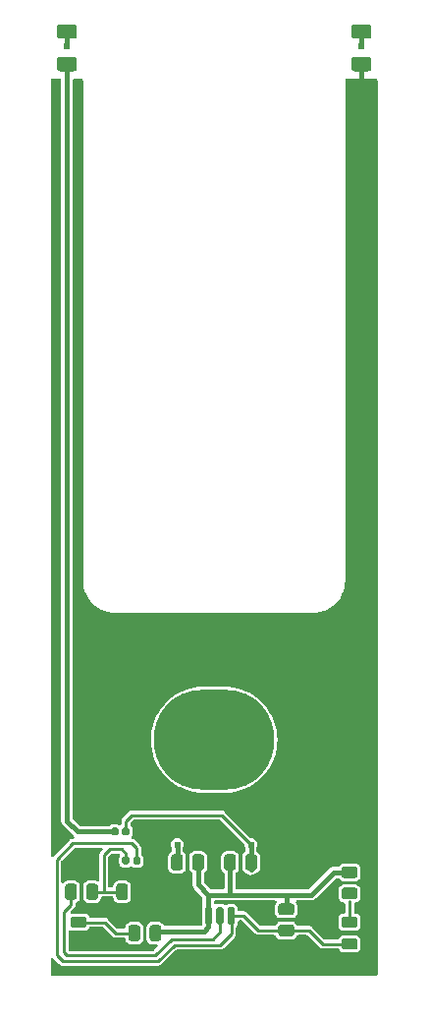
<source format=gtl>
G04 #@! TF.GenerationSoftware,KiCad,Pcbnew,6.0.10-86aedd382b~118~ubuntu18.04.1*
G04 #@! TF.CreationDate,2024-08-26T14:17:38-06:00*
G04 #@! TF.ProjectId,ckt-axle,636b742d-6178-46c6-952e-6b696361645f,rev?*
G04 #@! TF.SameCoordinates,Original*
G04 #@! TF.FileFunction,Copper,L1,Top*
G04 #@! TF.FilePolarity,Positive*
%FSLAX46Y46*%
G04 Gerber Fmt 4.6, Leading zero omitted, Abs format (unit mm)*
G04 Created by KiCad (PCBNEW 6.0.10-86aedd382b~118~ubuntu18.04.1) date 2024-08-26 14:17:38*
%MOMM*%
%LPD*%
G01*
G04 APERTURE LIST*
G04 #@! TA.AperFunction,ComponentPad*
%ADD10O,10.400000X8.600000*%
G04 #@! TD*
G04 #@! TA.AperFunction,ViaPad*
%ADD11C,0.609600*%
G04 #@! TD*
G04 #@! TA.AperFunction,Conductor*
%ADD12C,0.457200*%
G04 #@! TD*
G04 #@! TA.AperFunction,Conductor*
%ADD13C,0.254000*%
G04 #@! TD*
G04 APERTURE END LIST*
G04 #@! TA.AperFunction,SMDPad,CuDef*
G36*
G01*
X118646000Y-119057000D02*
X118646000Y-119957000D01*
G75*
G02*
X118396000Y-120207000I-250000J0D01*
G01*
X117871000Y-120207000D01*
G75*
G02*
X117621000Y-119957000I0J250000D01*
G01*
X117621000Y-119057000D01*
G75*
G02*
X117871000Y-118807000I250000J0D01*
G01*
X118396000Y-118807000D01*
G75*
G02*
X118646000Y-119057000I0J-250000D01*
G01*
G37*
G04 #@! TD.AperFunction*
G04 #@! TA.AperFunction,SMDPad,CuDef*
G36*
G01*
X116821000Y-119057000D02*
X116821000Y-119957000D01*
G75*
G02*
X116571000Y-120207000I-250000J0D01*
G01*
X116046000Y-120207000D01*
G75*
G02*
X115796000Y-119957000I0J250000D01*
G01*
X115796000Y-119057000D01*
G75*
G02*
X116046000Y-118807000I250000J0D01*
G01*
X116571000Y-118807000D01*
G75*
G02*
X116821000Y-119057000I0J-250000D01*
G01*
G37*
G04 #@! TD.AperFunction*
G04 #@! TA.AperFunction,SMDPad,CuDef*
G36*
G01*
X121257000Y-123513000D02*
X121257000Y-122613000D01*
G75*
G02*
X121507000Y-122363000I250000J0D01*
G01*
X122032000Y-122363000D01*
G75*
G02*
X122282000Y-122613000I0J-250000D01*
G01*
X122282000Y-123513000D01*
G75*
G02*
X122032000Y-123763000I-250000J0D01*
G01*
X121507000Y-123763000D01*
G75*
G02*
X121257000Y-123513000I0J250000D01*
G01*
G37*
G04 #@! TD.AperFunction*
G04 #@! TA.AperFunction,SMDPad,CuDef*
G36*
G01*
X123082000Y-123513000D02*
X123082000Y-122613000D01*
G75*
G02*
X123332000Y-122363000I250000J0D01*
G01*
X123857000Y-122363000D01*
G75*
G02*
X124107000Y-122613000I0J-250000D01*
G01*
X124107000Y-123513000D01*
G75*
G02*
X123857000Y-123763000I-250000J0D01*
G01*
X123332000Y-123763000D01*
G75*
G02*
X123082000Y-123513000I0J250000D01*
G01*
G37*
G04 #@! TD.AperFunction*
G04 #@! TA.AperFunction,SMDPad,CuDef*
G36*
G01*
X126851000Y-122196000D02*
X126851000Y-120946000D01*
G75*
G02*
X127001000Y-120796000I150000J0D01*
G01*
X127301000Y-120796000D01*
G75*
G02*
X127451000Y-120946000I0J-150000D01*
G01*
X127451000Y-122196000D01*
G75*
G02*
X127301000Y-122346000I-150000J0D01*
G01*
X127001000Y-122346000D01*
G75*
G02*
X126851000Y-122196000I0J150000D01*
G01*
G37*
G04 #@! TD.AperFunction*
G04 #@! TA.AperFunction,SMDPad,CuDef*
G36*
G01*
X127851000Y-122196000D02*
X127851000Y-120946000D01*
G75*
G02*
X128001000Y-120796000I150000J0D01*
G01*
X128301000Y-120796000D01*
G75*
G02*
X128451000Y-120946000I0J-150000D01*
G01*
X128451000Y-122196000D01*
G75*
G02*
X128301000Y-122346000I-150000J0D01*
G01*
X128001000Y-122346000D01*
G75*
G02*
X127851000Y-122196000I0J150000D01*
G01*
G37*
G04 #@! TD.AperFunction*
G04 #@! TA.AperFunction,SMDPad,CuDef*
G36*
G01*
X128851000Y-122196000D02*
X128851000Y-120946000D01*
G75*
G02*
X129001000Y-120796000I150000J0D01*
G01*
X129301000Y-120796000D01*
G75*
G02*
X129451000Y-120946000I0J-150000D01*
G01*
X129451000Y-122196000D01*
G75*
G02*
X129301000Y-122346000I-150000J0D01*
G01*
X129001000Y-122346000D01*
G75*
G02*
X128851000Y-122196000I0J150000D01*
G01*
G37*
G04 #@! TD.AperFunction*
G04 #@! TA.AperFunction,SMDPad,CuDef*
G36*
G01*
X129851000Y-122196000D02*
X129851000Y-120946000D01*
G75*
G02*
X130001000Y-120796000I150000J0D01*
G01*
X130301000Y-120796000D01*
G75*
G02*
X130451000Y-120946000I0J-150000D01*
G01*
X130451000Y-122196000D01*
G75*
G02*
X130301000Y-122346000I-150000J0D01*
G01*
X130001000Y-122346000D01*
G75*
G02*
X129851000Y-122196000I0J150000D01*
G01*
G37*
G04 #@! TD.AperFunction*
G04 #@! TA.AperFunction,SMDPad,CuDef*
G36*
G01*
X130851000Y-126096000D02*
X130851000Y-124796000D01*
G75*
G02*
X131101000Y-124546000I250000J0D01*
G01*
X131801000Y-124546000D01*
G75*
G02*
X132051000Y-124796000I0J-250000D01*
G01*
X132051000Y-126096000D01*
G75*
G02*
X131801000Y-126346000I-250000J0D01*
G01*
X131101000Y-126346000D01*
G75*
G02*
X130851000Y-126096000I0J250000D01*
G01*
G37*
G04 #@! TD.AperFunction*
G04 #@! TA.AperFunction,SMDPad,CuDef*
G36*
G01*
X125251000Y-126096000D02*
X125251000Y-124796000D01*
G75*
G02*
X125501000Y-124546000I250000J0D01*
G01*
X126201000Y-124546000D01*
G75*
G02*
X126451000Y-124796000I0J-250000D01*
G01*
X126451000Y-126096000D01*
G75*
G02*
X126201000Y-126346000I-250000J0D01*
G01*
X125501000Y-126346000D01*
G75*
G02*
X125251000Y-126096000I0J250000D01*
G01*
G37*
G04 #@! TD.AperFunction*
G04 #@! TA.AperFunction,SMDPad,CuDef*
G36*
G01*
X124940000Y-117417000D02*
X124940000Y-116517000D01*
G75*
G02*
X125190000Y-116267000I250000J0D01*
G01*
X125715000Y-116267000D01*
G75*
G02*
X125965000Y-116517000I0J-250000D01*
G01*
X125965000Y-117417000D01*
G75*
G02*
X125715000Y-117667000I-250000J0D01*
G01*
X125190000Y-117667000D01*
G75*
G02*
X124940000Y-117417000I0J250000D01*
G01*
G37*
G04 #@! TD.AperFunction*
G04 #@! TA.AperFunction,SMDPad,CuDef*
G36*
G01*
X126765000Y-117417000D02*
X126765000Y-116517000D01*
G75*
G02*
X127015000Y-116267000I250000J0D01*
G01*
X127540000Y-116267000D01*
G75*
G02*
X127790000Y-116517000I0J-250000D01*
G01*
X127790000Y-117417000D01*
G75*
G02*
X127540000Y-117667000I-250000J0D01*
G01*
X127015000Y-117667000D01*
G75*
G02*
X126765000Y-117417000I0J250000D01*
G01*
G37*
G04 #@! TD.AperFunction*
G04 #@! TA.AperFunction,SMDPad,CuDef*
G36*
G01*
X132362000Y-116517000D02*
X132362000Y-117417000D01*
G75*
G02*
X132112000Y-117667000I-250000J0D01*
G01*
X131587000Y-117667000D01*
G75*
G02*
X131337000Y-117417000I0J250000D01*
G01*
X131337000Y-116517000D01*
G75*
G02*
X131587000Y-116267000I250000J0D01*
G01*
X132112000Y-116267000D01*
G75*
G02*
X132362000Y-116517000I0J-250000D01*
G01*
G37*
G04 #@! TD.AperFunction*
G04 #@! TA.AperFunction,SMDPad,CuDef*
G36*
G01*
X130537000Y-116517000D02*
X130537000Y-117417000D01*
G75*
G02*
X130287000Y-117667000I-250000J0D01*
G01*
X129762000Y-117667000D01*
G75*
G02*
X129512000Y-117417000I0J250000D01*
G01*
X129512000Y-116517000D01*
G75*
G02*
X129762000Y-116267000I250000J0D01*
G01*
X130287000Y-116267000D01*
G75*
G02*
X130537000Y-116517000I0J-250000D01*
G01*
G37*
G04 #@! TD.AperFunction*
G04 #@! TA.AperFunction,SMDPad,CuDef*
G36*
G01*
X120236000Y-117170000D02*
X119926000Y-117170000D01*
G75*
G02*
X119771000Y-117015000I0J155000D01*
G01*
X119771000Y-116625000D01*
G75*
G02*
X119926000Y-116470000I155000J0D01*
G01*
X120236000Y-116470000D01*
G75*
G02*
X120391000Y-116625000I0J-155000D01*
G01*
X120391000Y-117015000D01*
G75*
G02*
X120236000Y-117170000I-155000J0D01*
G01*
G37*
G04 #@! TD.AperFunction*
G04 #@! TA.AperFunction,SMDPad,CuDef*
G36*
G01*
X121186000Y-117170000D02*
X120876000Y-117170000D01*
G75*
G02*
X120721000Y-117015000I0J155000D01*
G01*
X120721000Y-116625000D01*
G75*
G02*
X120876000Y-116470000I155000J0D01*
G01*
X121186000Y-116470000D01*
G75*
G02*
X121341000Y-116625000I0J-155000D01*
G01*
X121341000Y-117015000D01*
G75*
G02*
X121186000Y-117170000I-155000J0D01*
G01*
G37*
G04 #@! TD.AperFunction*
G04 #@! TA.AperFunction,SMDPad,CuDef*
G36*
G01*
X122136000Y-117170000D02*
X121826000Y-117170000D01*
G75*
G02*
X121671000Y-117015000I0J155000D01*
G01*
X121671000Y-116625000D01*
G75*
G02*
X121826000Y-116470000I155000J0D01*
G01*
X122136000Y-116470000D01*
G75*
G02*
X122291000Y-116625000I0J-155000D01*
G01*
X122291000Y-117015000D01*
G75*
G02*
X122136000Y-117170000I-155000J0D01*
G01*
G37*
G04 #@! TD.AperFunction*
G04 #@! TA.AperFunction,SMDPad,CuDef*
G36*
G01*
X122136000Y-114670000D02*
X121826000Y-114670000D01*
G75*
G02*
X121671000Y-114515000I0J155000D01*
G01*
X121671000Y-114125000D01*
G75*
G02*
X121826000Y-113970000I155000J0D01*
G01*
X122136000Y-113970000D01*
G75*
G02*
X122291000Y-114125000I0J-155000D01*
G01*
X122291000Y-114515000D01*
G75*
G02*
X122136000Y-114670000I-155000J0D01*
G01*
G37*
G04 #@! TD.AperFunction*
G04 #@! TA.AperFunction,SMDPad,CuDef*
G36*
G01*
X121186000Y-114670000D02*
X120876000Y-114670000D01*
G75*
G02*
X120721000Y-114515000I0J155000D01*
G01*
X120721000Y-114125000D01*
G75*
G02*
X120876000Y-113970000I155000J0D01*
G01*
X121186000Y-113970000D01*
G75*
G02*
X121341000Y-114125000I0J-155000D01*
G01*
X121341000Y-114515000D01*
G75*
G02*
X121186000Y-114670000I-155000J0D01*
G01*
G37*
G04 #@! TD.AperFunction*
G04 #@! TA.AperFunction,SMDPad,CuDef*
G36*
G01*
X120236000Y-114670000D02*
X119926000Y-114670000D01*
G75*
G02*
X119771000Y-114515000I0J155000D01*
G01*
X119771000Y-114125000D01*
G75*
G02*
X119926000Y-113970000I155000J0D01*
G01*
X120236000Y-113970000D01*
G75*
G02*
X120391000Y-114125000I0J-155000D01*
G01*
X120391000Y-114515000D01*
G75*
G02*
X120236000Y-114670000I-155000J0D01*
G01*
G37*
G04 #@! TD.AperFunction*
G04 #@! TA.AperFunction,SMDPad,CuDef*
G36*
G01*
X120216000Y-119982000D02*
X120216000Y-119032000D01*
G75*
G02*
X120466000Y-118782000I250000J0D01*
G01*
X120966000Y-118782000D01*
G75*
G02*
X121216000Y-119032000I0J-250000D01*
G01*
X121216000Y-119982000D01*
G75*
G02*
X120966000Y-120232000I-250000J0D01*
G01*
X120466000Y-120232000D01*
G75*
G02*
X120216000Y-119982000I0J250000D01*
G01*
G37*
G04 #@! TD.AperFunction*
G04 #@! TA.AperFunction,SMDPad,CuDef*
G36*
G01*
X122116000Y-119982000D02*
X122116000Y-119032000D01*
G75*
G02*
X122366000Y-118782000I250000J0D01*
G01*
X122866000Y-118782000D01*
G75*
G02*
X123116000Y-119032000I0J-250000D01*
G01*
X123116000Y-119982000D01*
G75*
G02*
X122866000Y-120232000I-250000J0D01*
G01*
X122366000Y-120232000D01*
G75*
G02*
X122116000Y-119982000I0J250000D01*
G01*
G37*
G04 #@! TD.AperFunction*
G04 #@! TA.AperFunction,SMDPad,CuDef*
G36*
G01*
X141976000Y-48888000D02*
X140726000Y-48888000D01*
G75*
G02*
X140476000Y-48638000I0J250000D01*
G01*
X140476000Y-47888000D01*
G75*
G02*
X140726000Y-47638000I250000J0D01*
G01*
X141976000Y-47638000D01*
G75*
G02*
X142226000Y-47888000I0J-250000D01*
G01*
X142226000Y-48638000D01*
G75*
G02*
X141976000Y-48888000I-250000J0D01*
G01*
G37*
G04 #@! TD.AperFunction*
G04 #@! TA.AperFunction,SMDPad,CuDef*
G36*
G01*
X141976000Y-46088000D02*
X140726000Y-46088000D01*
G75*
G02*
X140476000Y-45838000I0J250000D01*
G01*
X140476000Y-45088000D01*
G75*
G02*
X140726000Y-44838000I250000J0D01*
G01*
X141976000Y-44838000D01*
G75*
G02*
X142226000Y-45088000I0J-250000D01*
G01*
X142226000Y-45838000D01*
G75*
G02*
X141976000Y-46088000I-250000J0D01*
G01*
G37*
G04 #@! TD.AperFunction*
G04 #@! TA.AperFunction,SMDPad,CuDef*
G36*
G01*
X116576000Y-48888000D02*
X115326000Y-48888000D01*
G75*
G02*
X115076000Y-48638000I0J250000D01*
G01*
X115076000Y-47888000D01*
G75*
G02*
X115326000Y-47638000I250000J0D01*
G01*
X116576000Y-47638000D01*
G75*
G02*
X116826000Y-47888000I0J-250000D01*
G01*
X116826000Y-48638000D01*
G75*
G02*
X116576000Y-48888000I-250000J0D01*
G01*
G37*
G04 #@! TD.AperFunction*
G04 #@! TA.AperFunction,SMDPad,CuDef*
G36*
G01*
X116576000Y-46088000D02*
X115326000Y-46088000D01*
G75*
G02*
X115076000Y-45838000I0J250000D01*
G01*
X115076000Y-45088000D01*
G75*
G02*
X115326000Y-44838000I250000J0D01*
G01*
X116576000Y-44838000D01*
G75*
G02*
X116826000Y-45088000I0J-250000D01*
G01*
X116826000Y-45838000D01*
G75*
G02*
X116576000Y-46088000I-250000J0D01*
G01*
G37*
G04 #@! TD.AperFunction*
G04 #@! TA.AperFunction,SMDPad,CuDef*
G36*
G01*
X140791250Y-124488000D02*
X139878750Y-124488000D01*
G75*
G02*
X139635000Y-124244250I0J243750D01*
G01*
X139635000Y-123756750D01*
G75*
G02*
X139878750Y-123513000I243750J0D01*
G01*
X140791250Y-123513000D01*
G75*
G02*
X141035000Y-123756750I0J-243750D01*
G01*
X141035000Y-124244250D01*
G75*
G02*
X140791250Y-124488000I-243750J0D01*
G01*
G37*
G04 #@! TD.AperFunction*
G04 #@! TA.AperFunction,SMDPad,CuDef*
G36*
G01*
X140791250Y-122613000D02*
X139878750Y-122613000D01*
G75*
G02*
X139635000Y-122369250I0J243750D01*
G01*
X139635000Y-121881750D01*
G75*
G02*
X139878750Y-121638000I243750J0D01*
G01*
X140791250Y-121638000D01*
G75*
G02*
X141035000Y-121881750I0J-243750D01*
G01*
X141035000Y-122369250D01*
G75*
G02*
X140791250Y-122613000I-243750J0D01*
G01*
G37*
G04 #@! TD.AperFunction*
G04 #@! TA.AperFunction,SMDPad,CuDef*
G36*
G01*
X135324000Y-123345000D02*
X134424000Y-123345000D01*
G75*
G02*
X134174000Y-123095000I0J250000D01*
G01*
X134174000Y-122570000D01*
G75*
G02*
X134424000Y-122320000I250000J0D01*
G01*
X135324000Y-122320000D01*
G75*
G02*
X135574000Y-122570000I0J-250000D01*
G01*
X135574000Y-123095000D01*
G75*
G02*
X135324000Y-123345000I-250000J0D01*
G01*
G37*
G04 #@! TD.AperFunction*
G04 #@! TA.AperFunction,SMDPad,CuDef*
G36*
G01*
X135324000Y-121520000D02*
X134424000Y-121520000D01*
G75*
G02*
X134174000Y-121270000I0J250000D01*
G01*
X134174000Y-120745000D01*
G75*
G02*
X134424000Y-120495000I250000J0D01*
G01*
X135324000Y-120495000D01*
G75*
G02*
X135574000Y-120745000I0J-250000D01*
G01*
X135574000Y-121270000D01*
G75*
G02*
X135324000Y-121520000I-250000J0D01*
G01*
G37*
G04 #@! TD.AperFunction*
D10*
X128651000Y-106426000D03*
G04 #@! TA.AperFunction,SMDPad,CuDef*
G36*
G01*
X117423250Y-124488000D02*
X116510750Y-124488000D01*
G75*
G02*
X116267000Y-124244250I0J243750D01*
G01*
X116267000Y-123756750D01*
G75*
G02*
X116510750Y-123513000I243750J0D01*
G01*
X117423250Y-123513000D01*
G75*
G02*
X117667000Y-123756750I0J-243750D01*
G01*
X117667000Y-124244250D01*
G75*
G02*
X117423250Y-124488000I-243750J0D01*
G01*
G37*
G04 #@! TD.AperFunction*
G04 #@! TA.AperFunction,SMDPad,CuDef*
G36*
G01*
X117423250Y-122613000D02*
X116510750Y-122613000D01*
G75*
G02*
X116267000Y-122369250I0J243750D01*
G01*
X116267000Y-121881750D01*
G75*
G02*
X116510750Y-121638000I243750J0D01*
G01*
X117423250Y-121638000D01*
G75*
G02*
X117667000Y-121881750I0J-243750D01*
G01*
X117667000Y-122369250D01*
G75*
G02*
X117423250Y-122613000I-243750J0D01*
G01*
G37*
G04 #@! TD.AperFunction*
G04 #@! TA.AperFunction,SMDPad,CuDef*
G36*
G01*
X140785000Y-120170000D02*
X139885000Y-120170000D01*
G75*
G02*
X139635000Y-119920000I0J250000D01*
G01*
X139635000Y-119395000D01*
G75*
G02*
X139885000Y-119145000I250000J0D01*
G01*
X140785000Y-119145000D01*
G75*
G02*
X141035000Y-119395000I0J-250000D01*
G01*
X141035000Y-119920000D01*
G75*
G02*
X140785000Y-120170000I-250000J0D01*
G01*
G37*
G04 #@! TD.AperFunction*
G04 #@! TA.AperFunction,SMDPad,CuDef*
G36*
G01*
X140785000Y-118345000D02*
X139885000Y-118345000D01*
G75*
G02*
X139635000Y-118095000I0J250000D01*
G01*
X139635000Y-117570000D01*
G75*
G02*
X139885000Y-117320000I250000J0D01*
G01*
X140785000Y-117320000D01*
G75*
G02*
X141035000Y-117570000I0J-250000D01*
G01*
X141035000Y-118095000D01*
G75*
G02*
X140785000Y-118345000I-250000J0D01*
G01*
G37*
G04 #@! TD.AperFunction*
D11*
X129540000Y-125349000D03*
X118491000Y-124079000D03*
X128651000Y-125349000D03*
X121031000Y-117983000D03*
X120015000Y-117983000D03*
X127762000Y-125349000D03*
X122047000Y-117983000D03*
X119380000Y-124079000D03*
X115951000Y-46736000D03*
X125476000Y-115443000D03*
X141351000Y-46736000D03*
X131826000Y-115443000D03*
D12*
X141351000Y-48263000D02*
X141351000Y-50419000D01*
X125476000Y-115443000D02*
X125476000Y-116943500D01*
X125476000Y-116943500D02*
X125452500Y-116967000D01*
X115951000Y-46736000D02*
X115951000Y-45463000D01*
X137033000Y-119761000D02*
X138961500Y-117832500D01*
X130024500Y-116967000D02*
X130024500Y-119737500D01*
X128151000Y-121571000D02*
X128151000Y-122547000D01*
X130048000Y-119761000D02*
X128159000Y-119761000D01*
X127762000Y-122936000D02*
X123721500Y-122936000D01*
X130048000Y-119761000D02*
X137033000Y-119761000D01*
X128151000Y-122547000D02*
X127762000Y-122936000D01*
X127277500Y-118895500D02*
X127277500Y-116967000D01*
X134874000Y-119761000D02*
X134874000Y-121007500D01*
X130024500Y-119737500D02*
X130048000Y-119761000D01*
X138961500Y-117832500D02*
X140335000Y-117832500D01*
X128151000Y-119769000D02*
X127277500Y-118895500D01*
X128159000Y-119761000D02*
X128151000Y-119769000D01*
X128151000Y-121571000D02*
X128151000Y-119769000D01*
X115951000Y-48263000D02*
X115951000Y-113411000D01*
X116860000Y-114320000D02*
X120081000Y-114320000D01*
X115951000Y-113411000D02*
X116860000Y-114320000D01*
D13*
X115697000Y-124714000D02*
X115697000Y-121221500D01*
X115951000Y-124968000D02*
X115697000Y-124714000D01*
X116308500Y-120610000D02*
X116308500Y-119507000D01*
X115697000Y-121221500D02*
X116308500Y-120610000D01*
X123571000Y-124968000D02*
X115951000Y-124968000D01*
X129151000Y-121571000D02*
X129151000Y-122944000D01*
X129151000Y-122944000D02*
X128524000Y-123571000D01*
X128524000Y-123571000D02*
X124968000Y-123571000D01*
X124968000Y-123571000D02*
X123571000Y-124968000D01*
X140335000Y-120292500D02*
X140335000Y-122125500D01*
X121539000Y-112903000D02*
X121031000Y-113411000D01*
X121031000Y-113411000D02*
X121031000Y-114320000D01*
X129286000Y-112903000D02*
X121539000Y-112903000D01*
D12*
X131826000Y-115443000D02*
X131826000Y-117578500D01*
X141351000Y-46736000D02*
X141351000Y-45463000D01*
D13*
X131826000Y-115443000D02*
X129286000Y-112903000D01*
X121539000Y-115316000D02*
X121981000Y-115758000D01*
X131223000Y-121571000D02*
X132484500Y-122832500D01*
X116459000Y-115316000D02*
X121539000Y-115316000D01*
X129183000Y-124079000D02*
X125222000Y-124079000D01*
X123825000Y-125476000D02*
X115570000Y-125476000D01*
X115062000Y-124968000D02*
X115062000Y-116713000D01*
X130151000Y-121571000D02*
X130151000Y-123111000D01*
X115570000Y-125476000D02*
X115062000Y-124968000D01*
X115062000Y-116713000D02*
X116459000Y-115316000D01*
X138009750Y-124000500D02*
X140335000Y-124000500D01*
X132484500Y-122832500D02*
X136841750Y-122832500D01*
X136841750Y-122832500D02*
X138009750Y-124000500D01*
X125222000Y-124079000D02*
X123825000Y-125476000D01*
X130151000Y-123111000D02*
X129183000Y-124079000D01*
X121981000Y-115758000D02*
X121981000Y-116820000D01*
X130151000Y-121571000D02*
X131223000Y-121571000D01*
X120142000Y-123063000D02*
X119204500Y-122125500D01*
X119204500Y-122125500D02*
X116967000Y-122125500D01*
X121769500Y-123063000D02*
X120142000Y-123063000D01*
X119634000Y-115824000D02*
X119149500Y-116308500D01*
X118133500Y-119507000D02*
X120716000Y-119507000D01*
X120650000Y-115824000D02*
X119634000Y-115824000D01*
X121031000Y-116205000D02*
X120650000Y-115824000D01*
X121031000Y-116820000D02*
X121031000Y-116205000D01*
X119149500Y-116308500D02*
X119149500Y-119507000D01*
G04 #@! TA.AperFunction,Conductor*
G36*
X117290121Y-49550002D02*
G01*
X117336614Y-49603658D01*
X117348000Y-49656000D01*
X117348000Y-92672575D01*
X117345579Y-92697153D01*
X117343024Y-92710000D01*
X117343824Y-92714021D01*
X117361194Y-93023322D01*
X117413760Y-93332703D01*
X117500635Y-93634254D01*
X117620727Y-93924181D01*
X117772526Y-94198839D01*
X117954122Y-94454775D01*
X118163231Y-94688769D01*
X118397225Y-94897878D01*
X118653161Y-95079474D01*
X118927819Y-95231273D01*
X118931082Y-95232625D01*
X118931087Y-95232627D01*
X119214477Y-95350011D01*
X119217746Y-95351365D01*
X119519297Y-95438240D01*
X119828678Y-95490806D01*
X120137979Y-95508176D01*
X120142000Y-95508976D01*
X120154847Y-95506421D01*
X120179425Y-95504000D01*
X137122575Y-95504000D01*
X137147153Y-95506421D01*
X137160000Y-95508976D01*
X137164021Y-95508176D01*
X137473322Y-95490806D01*
X137782703Y-95438240D01*
X138084254Y-95351365D01*
X138087523Y-95350011D01*
X138370913Y-95232627D01*
X138370918Y-95232625D01*
X138374181Y-95231273D01*
X138648839Y-95079474D01*
X138904775Y-94897878D01*
X139138769Y-94688769D01*
X139347878Y-94454775D01*
X139529474Y-94198839D01*
X139681273Y-93924181D01*
X139801365Y-93634254D01*
X139888240Y-93332703D01*
X139940806Y-93023322D01*
X139958176Y-92714021D01*
X139958976Y-92710000D01*
X139956421Y-92697153D01*
X139954000Y-92672575D01*
X139954000Y-49656000D01*
X139974002Y-49587879D01*
X140027658Y-49541386D01*
X140080000Y-49530000D01*
X142622000Y-49530000D01*
X142690121Y-49550002D01*
X142736614Y-49603658D01*
X142748000Y-49656000D01*
X142748000Y-126620000D01*
X142727998Y-126688121D01*
X142674342Y-126734614D01*
X142622000Y-126746000D01*
X114680000Y-126746000D01*
X114611879Y-126725998D01*
X114565386Y-126672342D01*
X114554000Y-126620000D01*
X114554000Y-125306032D01*
X114574002Y-125237911D01*
X114627658Y-125191418D01*
X114697932Y-125181314D01*
X114765528Y-125213507D01*
X114796194Y-125241854D01*
X114799762Y-125245284D01*
X115261960Y-125707483D01*
X115277314Y-125726494D01*
X115278280Y-125727556D01*
X115283929Y-125736304D01*
X115292104Y-125742748D01*
X115292106Y-125742751D01*
X115310472Y-125757229D01*
X115314950Y-125761208D01*
X115315010Y-125761137D01*
X115318967Y-125764490D01*
X115322648Y-125768171D01*
X115326880Y-125771195D01*
X115326882Y-125771197D01*
X115338457Y-125779469D01*
X115343202Y-125783032D01*
X115383670Y-125814934D01*
X115392355Y-125817984D01*
X115399842Y-125823334D01*
X115449247Y-125838109D01*
X115454842Y-125839927D01*
X115503502Y-125857016D01*
X115509091Y-125857500D01*
X115511804Y-125857500D01*
X115514469Y-125857615D01*
X115514532Y-125857634D01*
X115514525Y-125857808D01*
X115515271Y-125857855D01*
X115521524Y-125859725D01*
X115571383Y-125857766D01*
X115575678Y-125857597D01*
X115580625Y-125857500D01*
X123770865Y-125857500D01*
X123795164Y-125860086D01*
X123796602Y-125860154D01*
X123806780Y-125862345D01*
X123840341Y-125858373D01*
X123846320Y-125858021D01*
X123846312Y-125857928D01*
X123851490Y-125857500D01*
X123856692Y-125857500D01*
X123875846Y-125854312D01*
X123881704Y-125853478D01*
X123898318Y-125851512D01*
X123922567Y-125848642D01*
X123922568Y-125848642D01*
X123932907Y-125847418D01*
X123941206Y-125843433D01*
X123950283Y-125841922D01*
X123995651Y-125817442D01*
X124000914Y-125814761D01*
X124040250Y-125795873D01*
X124040254Y-125795870D01*
X124047398Y-125792440D01*
X124051692Y-125788830D01*
X124053624Y-125786898D01*
X124055573Y-125785111D01*
X124055626Y-125785082D01*
X124055745Y-125785212D01*
X124056313Y-125784711D01*
X124062057Y-125781612D01*
X124071685Y-125771197D01*
X124098866Y-125741792D01*
X124102296Y-125738226D01*
X125343118Y-124497405D01*
X125405430Y-124463379D01*
X125432213Y-124460500D01*
X129128865Y-124460500D01*
X129153164Y-124463086D01*
X129154602Y-124463154D01*
X129164780Y-124465345D01*
X129198341Y-124461373D01*
X129204320Y-124461021D01*
X129204312Y-124460928D01*
X129209490Y-124460500D01*
X129214692Y-124460500D01*
X129233846Y-124457312D01*
X129239704Y-124456478D01*
X129256318Y-124454512D01*
X129280567Y-124451642D01*
X129280568Y-124451642D01*
X129290907Y-124450418D01*
X129299206Y-124446433D01*
X129308283Y-124444922D01*
X129353651Y-124420442D01*
X129358914Y-124417761D01*
X129398250Y-124398873D01*
X129398254Y-124398870D01*
X129405398Y-124395440D01*
X129409692Y-124391830D01*
X129411624Y-124389898D01*
X129413573Y-124388111D01*
X129413626Y-124388082D01*
X129413745Y-124388212D01*
X129414313Y-124387711D01*
X129420057Y-124384612D01*
X129456868Y-124344790D01*
X129460297Y-124341225D01*
X130382476Y-123419046D01*
X130401499Y-123403682D01*
X130402558Y-123402718D01*
X130411304Y-123397071D01*
X130417752Y-123388892D01*
X130417754Y-123388890D01*
X130432234Y-123370523D01*
X130436209Y-123366050D01*
X130436137Y-123365989D01*
X130439490Y-123362032D01*
X130443171Y-123358351D01*
X130454455Y-123342560D01*
X130458019Y-123337814D01*
X130483487Y-123305508D01*
X130489934Y-123297330D01*
X130492984Y-123288645D01*
X130498335Y-123281157D01*
X130513115Y-123231734D01*
X130514927Y-123226160D01*
X130532016Y-123177498D01*
X130532500Y-123171909D01*
X130532500Y-123169198D01*
X130532615Y-123166531D01*
X130532634Y-123166468D01*
X130532808Y-123166475D01*
X130532855Y-123165729D01*
X130534725Y-123159476D01*
X130532597Y-123105312D01*
X130532500Y-123100366D01*
X130532500Y-122588739D01*
X130552502Y-122520618D01*
X130569405Y-122499644D01*
X130632326Y-122436723D01*
X130690498Y-122322555D01*
X130705500Y-122227834D01*
X130705500Y-122078500D01*
X130725502Y-122010379D01*
X130779158Y-121963886D01*
X130831500Y-121952500D01*
X131012788Y-121952500D01*
X131080909Y-121972502D01*
X131101883Y-121989405D01*
X132176458Y-123063980D01*
X132191811Y-123082989D01*
X132192778Y-123084052D01*
X132198429Y-123092804D01*
X132224027Y-123112984D01*
X132224972Y-123113729D01*
X132229450Y-123117708D01*
X132229510Y-123117637D01*
X132233467Y-123120990D01*
X132237148Y-123124671D01*
X132241380Y-123127695D01*
X132241382Y-123127697D01*
X132252957Y-123135969D01*
X132257702Y-123139532D01*
X132298170Y-123171434D01*
X132306855Y-123174484D01*
X132314342Y-123179834D01*
X132363747Y-123194609D01*
X132369342Y-123196427D01*
X132418002Y-123213516D01*
X132423591Y-123214000D01*
X132426304Y-123214000D01*
X132428969Y-123214115D01*
X132429032Y-123214134D01*
X132429025Y-123214308D01*
X132429771Y-123214355D01*
X132436024Y-123216225D01*
X132485883Y-123214266D01*
X132490178Y-123214097D01*
X132495125Y-123214000D01*
X133842455Y-123214000D01*
X133910576Y-123234002D01*
X133957069Y-123287658D01*
X133960437Y-123295771D01*
X133976929Y-123339764D01*
X133982309Y-123346943D01*
X133982311Y-123346946D01*
X134029238Y-123409560D01*
X134063596Y-123455404D01*
X134084023Y-123470713D01*
X134172054Y-123536689D01*
X134172057Y-123536691D01*
X134179236Y-123542071D01*
X134268954Y-123575704D01*
X134307157Y-123590026D01*
X134307159Y-123590026D01*
X134314552Y-123592798D01*
X134322402Y-123593651D01*
X134322403Y-123593651D01*
X134371623Y-123598998D01*
X134376244Y-123599500D01*
X135371756Y-123599500D01*
X135376377Y-123598998D01*
X135425597Y-123593651D01*
X135425598Y-123593651D01*
X135433448Y-123592798D01*
X135440841Y-123590026D01*
X135440843Y-123590026D01*
X135479046Y-123575704D01*
X135568764Y-123542071D01*
X135575943Y-123536691D01*
X135575946Y-123536689D01*
X135663977Y-123470713D01*
X135684404Y-123455404D01*
X135718762Y-123409560D01*
X135765689Y-123346946D01*
X135765691Y-123346943D01*
X135771071Y-123339764D01*
X135787563Y-123295771D01*
X135830204Y-123239006D01*
X135896765Y-123214306D01*
X135905545Y-123214000D01*
X136631538Y-123214000D01*
X136699659Y-123234002D01*
X136720633Y-123250905D01*
X137701708Y-124231980D01*
X137717061Y-124250989D01*
X137718028Y-124252052D01*
X137723679Y-124260804D01*
X137749277Y-124280984D01*
X137750222Y-124281729D01*
X137754700Y-124285708D01*
X137754760Y-124285637D01*
X137758717Y-124288990D01*
X137762398Y-124292671D01*
X137766630Y-124295695D01*
X137766632Y-124295697D01*
X137778207Y-124303969D01*
X137782952Y-124307532D01*
X137823420Y-124339434D01*
X137832105Y-124342484D01*
X137839592Y-124347834D01*
X137888997Y-124362609D01*
X137894592Y-124364427D01*
X137943252Y-124381516D01*
X137948841Y-124382000D01*
X137951554Y-124382000D01*
X137954219Y-124382115D01*
X137954282Y-124382134D01*
X137954275Y-124382308D01*
X137955021Y-124382355D01*
X137961274Y-124384225D01*
X138011133Y-124382266D01*
X138015428Y-124382097D01*
X138020375Y-124382000D01*
X139310909Y-124382000D01*
X139379030Y-124402002D01*
X139425523Y-124455658D01*
X139428888Y-124463764D01*
X139437217Y-124485982D01*
X139442601Y-124493165D01*
X139442601Y-124493166D01*
X139517429Y-124593008D01*
X139522811Y-124600189D01*
X139637018Y-124685783D01*
X139645426Y-124688935D01*
X139763260Y-124733108D01*
X139763262Y-124733109D01*
X139770658Y-124735881D01*
X139831585Y-124742500D01*
X140334926Y-124742500D01*
X140838414Y-124742499D01*
X140841808Y-124742130D01*
X140841814Y-124742130D01*
X140891483Y-124736735D01*
X140891486Y-124736734D01*
X140899342Y-124735881D01*
X141032982Y-124685783D01*
X141147189Y-124600189D01*
X141152571Y-124593008D01*
X141227399Y-124493166D01*
X141227399Y-124493165D01*
X141232783Y-124485982D01*
X141268375Y-124391039D01*
X141280108Y-124359740D01*
X141280109Y-124359738D01*
X141282881Y-124352342D01*
X141289500Y-124291415D01*
X141289499Y-123709586D01*
X141289130Y-123706186D01*
X141283735Y-123656517D01*
X141283734Y-123656514D01*
X141282881Y-123648658D01*
X141270113Y-123614597D01*
X141235935Y-123523426D01*
X141235934Y-123523424D01*
X141232783Y-123515018D01*
X141188105Y-123455404D01*
X141152571Y-123407992D01*
X141147189Y-123400811D01*
X141100808Y-123366050D01*
X141040166Y-123320601D01*
X141040165Y-123320601D01*
X141032982Y-123315217D01*
X141002964Y-123303964D01*
X140906740Y-123267892D01*
X140906738Y-123267891D01*
X140899342Y-123265119D01*
X140838415Y-123258500D01*
X140335074Y-123258500D01*
X139831586Y-123258501D01*
X139828192Y-123258870D01*
X139828186Y-123258870D01*
X139778517Y-123264265D01*
X139778514Y-123264266D01*
X139770658Y-123265119D01*
X139763256Y-123267894D01*
X139763255Y-123267894D01*
X139684733Y-123297330D01*
X139637018Y-123315217D01*
X139629835Y-123320601D01*
X139629834Y-123320601D01*
X139569192Y-123366050D01*
X139522811Y-123400811D01*
X139517429Y-123407992D01*
X139481896Y-123455404D01*
X139437217Y-123515018D01*
X139434066Y-123523424D01*
X139428891Y-123537229D01*
X139386250Y-123593994D01*
X139319689Y-123618694D01*
X139310909Y-123619000D01*
X138219962Y-123619000D01*
X138151841Y-123598998D01*
X138130867Y-123582095D01*
X137149792Y-122601020D01*
X137134439Y-122582011D01*
X137133472Y-122580948D01*
X137127821Y-122572196D01*
X137101278Y-122551271D01*
X137096803Y-122547294D01*
X137096742Y-122547365D01*
X137092785Y-122544012D01*
X137089102Y-122540329D01*
X137073311Y-122529045D01*
X137068565Y-122525482D01*
X137036257Y-122500012D01*
X137036256Y-122500011D01*
X137028080Y-122493566D01*
X137019393Y-122490515D01*
X137011907Y-122485166D01*
X137001931Y-122482183D01*
X137001930Y-122482182D01*
X136962539Y-122470402D01*
X136956907Y-122468572D01*
X136908248Y-122451484D01*
X136902659Y-122451000D01*
X136899948Y-122451000D01*
X136897281Y-122450885D01*
X136897218Y-122450866D01*
X136897225Y-122450692D01*
X136896479Y-122450645D01*
X136890226Y-122448775D01*
X136841442Y-122450692D01*
X136836072Y-122450903D01*
X136831125Y-122451000D01*
X135905545Y-122451000D01*
X135837424Y-122430998D01*
X135790931Y-122377342D01*
X135787563Y-122369229D01*
X135774221Y-122333640D01*
X135771071Y-122325236D01*
X135765691Y-122318057D01*
X135765689Y-122318054D01*
X135689785Y-122216776D01*
X135684404Y-122209596D01*
X135621936Y-122162779D01*
X135575946Y-122128311D01*
X135575943Y-122128309D01*
X135568764Y-122122929D01*
X135479046Y-122089296D01*
X135440843Y-122074974D01*
X135440841Y-122074974D01*
X135433448Y-122072202D01*
X135425598Y-122071349D01*
X135425597Y-122071349D01*
X135375153Y-122065869D01*
X135375152Y-122065869D01*
X135371756Y-122065500D01*
X134376244Y-122065500D01*
X134372848Y-122065869D01*
X134372847Y-122065869D01*
X134322403Y-122071349D01*
X134322402Y-122071349D01*
X134314552Y-122072202D01*
X134307159Y-122074974D01*
X134307157Y-122074974D01*
X134268954Y-122089296D01*
X134179236Y-122122929D01*
X134172057Y-122128309D01*
X134172054Y-122128311D01*
X134126064Y-122162779D01*
X134063596Y-122209596D01*
X134058215Y-122216776D01*
X133982311Y-122318054D01*
X133982309Y-122318057D01*
X133976929Y-122325236D01*
X133973779Y-122333640D01*
X133960437Y-122369229D01*
X133917796Y-122425994D01*
X133851235Y-122450694D01*
X133842455Y-122451000D01*
X132694712Y-122451000D01*
X132626591Y-122430998D01*
X132605617Y-122414095D01*
X132026107Y-121834585D01*
X139380500Y-121834585D01*
X139380501Y-122416414D01*
X139380870Y-122419808D01*
X139380870Y-122419814D01*
X139384596Y-122454110D01*
X139387119Y-122477342D01*
X139389894Y-122484744D01*
X139389894Y-122484745D01*
X139433909Y-122602157D01*
X139437217Y-122610982D01*
X139522811Y-122725189D01*
X139529992Y-122730571D01*
X139626691Y-122803043D01*
X139637018Y-122810783D01*
X139645424Y-122813934D01*
X139645426Y-122813935D01*
X139763260Y-122858108D01*
X139763262Y-122858109D01*
X139770658Y-122860881D01*
X139831585Y-122867500D01*
X140334926Y-122867500D01*
X140838414Y-122867499D01*
X140841808Y-122867130D01*
X140841814Y-122867130D01*
X140891483Y-122861735D01*
X140891486Y-122861734D01*
X140899342Y-122860881D01*
X140922297Y-122852276D01*
X141024574Y-122813935D01*
X141024576Y-122813934D01*
X141032982Y-122810783D01*
X141043310Y-122803043D01*
X141140008Y-122730571D01*
X141147189Y-122725189D01*
X141232783Y-122610982D01*
X141236091Y-122602157D01*
X141280108Y-122484740D01*
X141280109Y-122484738D01*
X141282881Y-122477342D01*
X141289500Y-122416415D01*
X141289499Y-121834586D01*
X141287750Y-121818482D01*
X141283735Y-121781517D01*
X141283734Y-121781511D01*
X141282881Y-121773658D01*
X141278349Y-121761567D01*
X141235935Y-121648426D01*
X141235934Y-121648424D01*
X141232783Y-121640018D01*
X141147189Y-121525811D01*
X141032982Y-121440217D01*
X141024574Y-121437065D01*
X140906740Y-121392892D01*
X140906738Y-121392891D01*
X140899342Y-121390119D01*
X140869187Y-121386843D01*
X140841795Y-121383867D01*
X140841791Y-121383867D01*
X140838415Y-121383500D01*
X140835581Y-121383500D01*
X140768744Y-121359878D01*
X140725222Y-121303785D01*
X140716500Y-121257721D01*
X140716500Y-120549972D01*
X140736502Y-120481851D01*
X140790158Y-120435358D01*
X140832796Y-120424869D01*
X140832756Y-120424500D01*
X140878596Y-120419520D01*
X140886597Y-120418651D01*
X140886598Y-120418651D01*
X140894448Y-120417798D01*
X140901841Y-120415026D01*
X140901843Y-120415026D01*
X140945422Y-120398689D01*
X141029764Y-120367071D01*
X141036943Y-120361691D01*
X141036946Y-120361689D01*
X141138224Y-120285785D01*
X141145404Y-120280404D01*
X141171541Y-120245529D01*
X141226689Y-120171946D01*
X141226691Y-120171943D01*
X141232071Y-120164764D01*
X141282798Y-120029448D01*
X141285481Y-120004756D01*
X141289131Y-119971153D01*
X141289131Y-119971152D01*
X141289500Y-119967756D01*
X141289500Y-119347244D01*
X141282798Y-119285552D01*
X141279930Y-119277900D01*
X141258232Y-119220021D01*
X141232071Y-119150236D01*
X141226691Y-119143057D01*
X141226689Y-119143054D01*
X141150785Y-119041776D01*
X141145404Y-119034596D01*
X141107044Y-119005847D01*
X141036946Y-118953311D01*
X141036943Y-118953309D01*
X141029764Y-118947929D01*
X140921102Y-118907194D01*
X140901843Y-118899974D01*
X140901841Y-118899974D01*
X140894448Y-118897202D01*
X140886598Y-118896349D01*
X140886597Y-118896349D01*
X140836153Y-118890869D01*
X140836152Y-118890869D01*
X140832756Y-118890500D01*
X139837244Y-118890500D01*
X139833848Y-118890869D01*
X139833847Y-118890869D01*
X139783403Y-118896349D01*
X139783402Y-118896349D01*
X139775552Y-118897202D01*
X139768159Y-118899974D01*
X139768157Y-118899974D01*
X139748898Y-118907194D01*
X139640236Y-118947929D01*
X139633057Y-118953309D01*
X139633054Y-118953311D01*
X139562956Y-119005847D01*
X139524596Y-119034596D01*
X139519215Y-119041776D01*
X139443311Y-119143054D01*
X139443309Y-119143057D01*
X139437929Y-119150236D01*
X139411768Y-119220021D01*
X139390071Y-119277900D01*
X139387202Y-119285552D01*
X139380500Y-119347244D01*
X139380500Y-119967756D01*
X139380869Y-119971152D01*
X139380869Y-119971153D01*
X139384520Y-120004756D01*
X139387202Y-120029448D01*
X139437929Y-120164764D01*
X139443309Y-120171943D01*
X139443311Y-120171946D01*
X139498459Y-120245529D01*
X139524596Y-120280404D01*
X139531776Y-120285785D01*
X139633054Y-120361689D01*
X139633057Y-120361691D01*
X139640236Y-120367071D01*
X139724578Y-120398689D01*
X139768157Y-120415026D01*
X139768159Y-120415026D01*
X139775552Y-120417798D01*
X139783402Y-120418651D01*
X139783403Y-120418651D01*
X139791404Y-120419520D01*
X139834405Y-120424192D01*
X139834406Y-120424192D01*
X139837244Y-120424500D01*
X139837171Y-120425169D01*
X139901246Y-120447808D01*
X139944773Y-120503896D01*
X139953500Y-120549972D01*
X139953500Y-121257722D01*
X139933498Y-121325843D01*
X139879842Y-121372336D01*
X139834465Y-121383501D01*
X139831586Y-121383501D01*
X139801001Y-121386823D01*
X139778517Y-121389265D01*
X139778514Y-121389266D01*
X139770658Y-121390119D01*
X139637018Y-121440217D01*
X139522811Y-121525811D01*
X139437217Y-121640018D01*
X139434066Y-121648424D01*
X139434065Y-121648426D01*
X139390964Y-121763402D01*
X139387119Y-121773658D01*
X139380500Y-121834585D01*
X132026107Y-121834585D01*
X131531042Y-121339520D01*
X131515689Y-121320511D01*
X131514722Y-121319448D01*
X131509071Y-121310696D01*
X131482528Y-121289771D01*
X131478053Y-121285794D01*
X131477992Y-121285865D01*
X131474035Y-121282512D01*
X131470352Y-121278829D01*
X131454561Y-121267545D01*
X131449815Y-121263982D01*
X131417507Y-121238512D01*
X131417506Y-121238511D01*
X131409330Y-121232066D01*
X131400643Y-121229015D01*
X131393157Y-121223666D01*
X131383181Y-121220683D01*
X131383180Y-121220682D01*
X131343789Y-121208902D01*
X131338157Y-121207072D01*
X131289498Y-121189984D01*
X131283909Y-121189500D01*
X131281198Y-121189500D01*
X131278531Y-121189385D01*
X131278468Y-121189366D01*
X131278475Y-121189192D01*
X131277729Y-121189145D01*
X131271476Y-121187275D01*
X131222692Y-121189192D01*
X131217322Y-121189403D01*
X131212375Y-121189500D01*
X130831500Y-121189500D01*
X130763379Y-121169498D01*
X130716886Y-121115842D01*
X130705500Y-121063500D01*
X130705500Y-120914166D01*
X130690498Y-120819445D01*
X130632326Y-120705277D01*
X130541723Y-120614674D01*
X130427555Y-120556502D01*
X130332834Y-120541500D01*
X129969166Y-120541500D01*
X129874445Y-120556502D01*
X129760277Y-120614674D01*
X129740095Y-120634856D01*
X129677783Y-120668882D01*
X129606968Y-120663817D01*
X129561905Y-120634856D01*
X129541723Y-120614674D01*
X129427555Y-120556502D01*
X129332834Y-120541500D01*
X128969166Y-120541500D01*
X128874445Y-120556502D01*
X128865610Y-120561004D01*
X128865609Y-120561004D01*
X128817304Y-120585617D01*
X128747527Y-120598722D01*
X128681742Y-120572023D01*
X128640835Y-120513995D01*
X128634100Y-120473351D01*
X128634100Y-120370100D01*
X128654102Y-120301979D01*
X128707758Y-120255486D01*
X128760100Y-120244100D01*
X130024867Y-120244100D01*
X130034204Y-120244446D01*
X130081196Y-120247938D01*
X130089971Y-120246065D01*
X130098930Y-120245454D01*
X130098935Y-120245529D01*
X130112476Y-120244100D01*
X133917002Y-120244100D01*
X133985123Y-120264102D01*
X134031616Y-120317758D01*
X134041720Y-120388032D01*
X134017829Y-120445664D01*
X134005960Y-120461500D01*
X133982311Y-120493054D01*
X133982309Y-120493057D01*
X133976929Y-120500236D01*
X133950018Y-120572023D01*
X133937914Y-120604311D01*
X133926202Y-120635552D01*
X133919500Y-120697244D01*
X133919500Y-121317756D01*
X133919869Y-121321152D01*
X133919869Y-121321153D01*
X133920379Y-121325843D01*
X133926202Y-121379448D01*
X133928974Y-121386841D01*
X133928974Y-121386843D01*
X133931267Y-121392959D01*
X133976929Y-121514764D01*
X133982309Y-121521943D01*
X133982311Y-121521946D01*
X133985208Y-121525811D01*
X134063596Y-121630404D01*
X134070776Y-121635785D01*
X134172054Y-121711689D01*
X134172057Y-121711691D01*
X134179236Y-121717071D01*
X134251070Y-121744000D01*
X134307157Y-121765026D01*
X134307159Y-121765026D01*
X134314552Y-121767798D01*
X134322402Y-121768651D01*
X134322403Y-121768651D01*
X134368493Y-121773658D01*
X134376244Y-121774500D01*
X135371756Y-121774500D01*
X135379507Y-121773658D01*
X135425597Y-121768651D01*
X135425598Y-121768651D01*
X135433448Y-121767798D01*
X135440841Y-121765026D01*
X135440843Y-121765026D01*
X135496930Y-121744000D01*
X135568764Y-121717071D01*
X135575943Y-121711691D01*
X135575946Y-121711689D01*
X135677224Y-121635785D01*
X135684404Y-121630404D01*
X135762792Y-121525811D01*
X135765689Y-121521946D01*
X135765691Y-121521943D01*
X135771071Y-121514764D01*
X135816733Y-121392959D01*
X135819026Y-121386843D01*
X135819026Y-121386841D01*
X135821798Y-121379448D01*
X135827622Y-121325843D01*
X135828131Y-121321153D01*
X135828131Y-121321152D01*
X135828500Y-121317756D01*
X135828500Y-120697244D01*
X135821798Y-120635552D01*
X135810087Y-120604311D01*
X135797982Y-120572023D01*
X135771071Y-120500236D01*
X135765691Y-120493057D01*
X135765689Y-120493054D01*
X135742040Y-120461500D01*
X135730172Y-120445664D01*
X135705324Y-120379159D01*
X135720377Y-120309777D01*
X135770551Y-120259546D01*
X135830998Y-120244100D01*
X136964773Y-120244100D01*
X136976109Y-120245367D01*
X136976155Y-120244795D01*
X136985103Y-120245515D01*
X136993858Y-120247496D01*
X137044695Y-120244342D01*
X137052496Y-120244100D01*
X137067689Y-120244100D01*
X137077282Y-120242726D01*
X137087330Y-120241697D01*
X137123014Y-120239483D01*
X137123015Y-120239483D01*
X137131974Y-120238927D01*
X137140417Y-120235879D01*
X137145887Y-120234746D01*
X137155726Y-120232293D01*
X137161096Y-120230723D01*
X137169984Y-120229450D01*
X137178158Y-120225734D01*
X137178160Y-120225733D01*
X137210705Y-120210936D01*
X137220065Y-120207126D01*
X137262134Y-120191938D01*
X137269382Y-120186643D01*
X137274310Y-120184023D01*
X137283099Y-120178887D01*
X137287788Y-120175888D01*
X137295957Y-120172174D01*
X137302754Y-120166318D01*
X137302756Y-120166316D01*
X137316025Y-120154882D01*
X137329839Y-120142978D01*
X137337762Y-120136688D01*
X137344056Y-120132091D01*
X137344062Y-120132086D01*
X137347988Y-120129218D01*
X137358242Y-120118964D01*
X137365089Y-120112606D01*
X137393988Y-120087705D01*
X137400790Y-120081844D01*
X137405674Y-120074310D01*
X137411573Y-120067547D01*
X137411630Y-120067597D01*
X137420196Y-120057010D01*
X139124701Y-118352505D01*
X139187013Y-118318479D01*
X139213796Y-118315600D01*
X139356792Y-118315600D01*
X139424913Y-118335602D01*
X139457618Y-118366035D01*
X139524596Y-118455404D01*
X139531776Y-118460785D01*
X139633054Y-118536689D01*
X139633057Y-118536691D01*
X139640236Y-118542071D01*
X139729954Y-118575704D01*
X139768157Y-118590026D01*
X139768159Y-118590026D01*
X139775552Y-118592798D01*
X139783402Y-118593651D01*
X139783403Y-118593651D01*
X139833847Y-118599131D01*
X139837244Y-118599500D01*
X140832756Y-118599500D01*
X140836153Y-118599131D01*
X140886597Y-118593651D01*
X140886598Y-118593651D01*
X140894448Y-118592798D01*
X140901841Y-118590026D01*
X140901843Y-118590026D01*
X140940046Y-118575704D01*
X141029764Y-118542071D01*
X141036943Y-118536691D01*
X141036946Y-118536689D01*
X141138224Y-118460785D01*
X141145404Y-118455404D01*
X141160713Y-118434977D01*
X141226689Y-118346946D01*
X141226691Y-118346943D01*
X141232071Y-118339764D01*
X141282798Y-118204448D01*
X141289500Y-118142756D01*
X141289500Y-117522244D01*
X141282798Y-117460552D01*
X141232071Y-117325236D01*
X141226691Y-117318057D01*
X141226689Y-117318054D01*
X141150785Y-117216776D01*
X141145404Y-117209596D01*
X141068491Y-117151953D01*
X141036946Y-117128311D01*
X141036943Y-117128309D01*
X141029764Y-117122929D01*
X140940046Y-117089296D01*
X140901843Y-117074974D01*
X140901841Y-117074974D01*
X140894448Y-117072202D01*
X140886598Y-117071349D01*
X140886597Y-117071349D01*
X140836153Y-117065869D01*
X140836152Y-117065869D01*
X140832756Y-117065500D01*
X139837244Y-117065500D01*
X139833848Y-117065869D01*
X139833847Y-117065869D01*
X139783403Y-117071349D01*
X139783402Y-117071349D01*
X139775552Y-117072202D01*
X139768159Y-117074974D01*
X139768157Y-117074974D01*
X139729954Y-117089296D01*
X139640236Y-117122929D01*
X139633057Y-117128309D01*
X139633054Y-117128311D01*
X139601509Y-117151953D01*
X139524596Y-117209596D01*
X139487796Y-117258698D01*
X139457618Y-117298965D01*
X139400759Y-117341480D01*
X139356792Y-117349400D01*
X139029727Y-117349400D01*
X139018391Y-117348133D01*
X139018345Y-117348705D01*
X139009397Y-117347985D01*
X139000642Y-117346004D01*
X138949806Y-117349158D01*
X138942004Y-117349400D01*
X138926811Y-117349400D01*
X138917218Y-117350774D01*
X138907170Y-117351803D01*
X138878609Y-117353575D01*
X138862526Y-117354573D01*
X138854077Y-117357623D01*
X138848598Y-117358758D01*
X138838762Y-117361210D01*
X138833401Y-117362778D01*
X138824516Y-117364050D01*
X138783792Y-117382566D01*
X138774444Y-117386371D01*
X138732366Y-117401561D01*
X138725116Y-117406857D01*
X138720202Y-117409470D01*
X138711404Y-117414612D01*
X138706718Y-117417609D01*
X138698543Y-117421326D01*
X138664666Y-117450517D01*
X138656741Y-117456809D01*
X138650455Y-117461401D01*
X138650450Y-117461405D01*
X138646512Y-117464282D01*
X138636258Y-117474536D01*
X138629412Y-117480893D01*
X138593710Y-117511656D01*
X138588826Y-117519190D01*
X138582927Y-117525953D01*
X138582870Y-117525903D01*
X138574304Y-117536490D01*
X136869799Y-119240995D01*
X136807487Y-119275021D01*
X136780704Y-119277900D01*
X134882223Y-119277900D01*
X134881454Y-119277898D01*
X134811539Y-119277471D01*
X134811538Y-119277471D01*
X134807762Y-119277448D01*
X134806473Y-119277816D01*
X134805245Y-119277900D01*
X130633600Y-119277900D01*
X130565479Y-119257898D01*
X130518986Y-119204242D01*
X130507600Y-119151900D01*
X130507600Y-117945208D01*
X130527602Y-117877087D01*
X130558035Y-117844382D01*
X130640224Y-117782785D01*
X130647404Y-117777404D01*
X130662713Y-117756977D01*
X130728689Y-117668946D01*
X130728691Y-117668943D01*
X130734071Y-117661764D01*
X130767704Y-117572046D01*
X130782026Y-117533843D01*
X130782026Y-117533841D01*
X130784798Y-117526448D01*
X130791500Y-117464756D01*
X130791500Y-116469244D01*
X130784798Y-116407552D01*
X130778269Y-116390134D01*
X130763010Y-116349432D01*
X130734071Y-116272236D01*
X130728691Y-116265057D01*
X130728689Y-116265054D01*
X130652785Y-116163776D01*
X130647404Y-116156596D01*
X130616626Y-116133529D01*
X130538946Y-116075311D01*
X130538943Y-116075309D01*
X130531764Y-116069929D01*
X130426869Y-116030606D01*
X130403843Y-116021974D01*
X130403841Y-116021974D01*
X130396448Y-116019202D01*
X130388598Y-116018349D01*
X130388597Y-116018349D01*
X130338153Y-116012869D01*
X130338152Y-116012869D01*
X130334756Y-116012500D01*
X129714244Y-116012500D01*
X129710848Y-116012869D01*
X129710847Y-116012869D01*
X129660403Y-116018349D01*
X129660402Y-116018349D01*
X129652552Y-116019202D01*
X129645159Y-116021974D01*
X129645157Y-116021974D01*
X129622131Y-116030606D01*
X129517236Y-116069929D01*
X129510057Y-116075309D01*
X129510054Y-116075311D01*
X129432374Y-116133529D01*
X129401596Y-116156596D01*
X129396215Y-116163776D01*
X129320311Y-116265054D01*
X129320309Y-116265057D01*
X129314929Y-116272236D01*
X129285990Y-116349432D01*
X129270732Y-116390134D01*
X129264202Y-116407552D01*
X129257500Y-116469244D01*
X129257500Y-117464756D01*
X129264202Y-117526448D01*
X129266974Y-117533841D01*
X129266974Y-117533843D01*
X129281296Y-117572046D01*
X129314929Y-117661764D01*
X129320309Y-117668943D01*
X129320311Y-117668946D01*
X129386287Y-117756977D01*
X129401596Y-117777404D01*
X129408776Y-117782785D01*
X129490965Y-117844382D01*
X129533480Y-117901241D01*
X129541400Y-117945208D01*
X129541400Y-119151900D01*
X129521398Y-119220021D01*
X129467742Y-119266514D01*
X129415400Y-119277900D01*
X128395296Y-119277900D01*
X128327175Y-119257898D01*
X128306201Y-119240995D01*
X127797505Y-118732299D01*
X127763479Y-118669987D01*
X127760600Y-118643204D01*
X127760600Y-117945208D01*
X127780602Y-117877087D01*
X127811035Y-117844382D01*
X127893224Y-117782785D01*
X127900404Y-117777404D01*
X127915713Y-117756977D01*
X127981689Y-117668946D01*
X127981691Y-117668943D01*
X127987071Y-117661764D01*
X128020704Y-117572046D01*
X128035026Y-117533843D01*
X128035026Y-117533841D01*
X128037798Y-117526448D01*
X128044500Y-117464756D01*
X128044500Y-116469244D01*
X128037798Y-116407552D01*
X128031269Y-116390134D01*
X128016010Y-116349432D01*
X127987071Y-116272236D01*
X127981691Y-116265057D01*
X127981689Y-116265054D01*
X127905785Y-116163776D01*
X127900404Y-116156596D01*
X127869626Y-116133529D01*
X127791946Y-116075311D01*
X127791943Y-116075309D01*
X127784764Y-116069929D01*
X127679869Y-116030606D01*
X127656843Y-116021974D01*
X127656841Y-116021974D01*
X127649448Y-116019202D01*
X127641598Y-116018349D01*
X127641597Y-116018349D01*
X127591153Y-116012869D01*
X127591152Y-116012869D01*
X127587756Y-116012500D01*
X126967244Y-116012500D01*
X126963848Y-116012869D01*
X126963847Y-116012869D01*
X126913403Y-116018349D01*
X126913402Y-116018349D01*
X126905552Y-116019202D01*
X126898159Y-116021974D01*
X126898157Y-116021974D01*
X126875131Y-116030606D01*
X126770236Y-116069929D01*
X126763057Y-116075309D01*
X126763054Y-116075311D01*
X126685374Y-116133529D01*
X126654596Y-116156596D01*
X126649215Y-116163776D01*
X126573311Y-116265054D01*
X126573309Y-116265057D01*
X126567929Y-116272236D01*
X126538990Y-116349432D01*
X126523732Y-116390134D01*
X126517202Y-116407552D01*
X126510500Y-116469244D01*
X126510500Y-117464756D01*
X126517202Y-117526448D01*
X126519974Y-117533841D01*
X126519974Y-117533843D01*
X126534296Y-117572046D01*
X126567929Y-117661764D01*
X126573309Y-117668943D01*
X126573311Y-117668946D01*
X126639287Y-117756977D01*
X126654596Y-117777404D01*
X126661776Y-117782785D01*
X126743965Y-117844382D01*
X126786480Y-117901241D01*
X126794400Y-117945208D01*
X126794400Y-118827273D01*
X126793133Y-118838609D01*
X126793705Y-118838655D01*
X126792985Y-118847603D01*
X126791004Y-118856358D01*
X126791560Y-118865317D01*
X126794158Y-118907194D01*
X126794400Y-118914996D01*
X126794400Y-118930189D01*
X126795035Y-118934622D01*
X126795773Y-118939774D01*
X126796803Y-118949830D01*
X126798938Y-118984244D01*
X126799573Y-118994474D01*
X126802621Y-119002917D01*
X126803754Y-119008387D01*
X126806207Y-119018226D01*
X126807777Y-119023596D01*
X126809050Y-119032484D01*
X126812766Y-119040658D01*
X126812767Y-119040660D01*
X126827564Y-119073205D01*
X126831374Y-119082565D01*
X126846562Y-119124634D01*
X126851857Y-119131882D01*
X126854477Y-119136810D01*
X126859613Y-119145599D01*
X126862612Y-119150288D01*
X126866326Y-119158457D01*
X126872182Y-119165254D01*
X126872184Y-119165256D01*
X126883618Y-119178525D01*
X126895522Y-119192339D01*
X126901812Y-119200262D01*
X126906409Y-119206556D01*
X126906414Y-119206562D01*
X126909282Y-119210488D01*
X126919536Y-119220742D01*
X126925893Y-119227588D01*
X126956656Y-119263290D01*
X126964190Y-119268174D01*
X126970953Y-119274073D01*
X126970903Y-119274130D01*
X126981490Y-119282696D01*
X127630995Y-119932201D01*
X127665021Y-119994513D01*
X127667900Y-120021296D01*
X127667900Y-120678508D01*
X127654167Y-120735711D01*
X127611502Y-120819445D01*
X127596500Y-120914166D01*
X127596500Y-122227834D01*
X127597275Y-122232726D01*
X127597275Y-122232727D01*
X127609068Y-122307190D01*
X127599968Y-122377601D01*
X127554245Y-122431915D01*
X127484619Y-122452900D01*
X124423138Y-122452900D01*
X124355017Y-122432898D01*
X124312591Y-122383936D01*
X124311533Y-122384515D01*
X124308856Y-122379625D01*
X124308524Y-122379242D01*
X124308140Y-122378318D01*
X124307222Y-122376641D01*
X124304071Y-122368236D01*
X124298691Y-122361057D01*
X124298689Y-122361054D01*
X124222785Y-122259776D01*
X124217404Y-122252596D01*
X124177754Y-122222880D01*
X124108946Y-122171311D01*
X124108943Y-122171309D01*
X124101764Y-122165929D01*
X123987060Y-122122929D01*
X123973843Y-122117974D01*
X123973841Y-122117974D01*
X123966448Y-122115202D01*
X123958598Y-122114349D01*
X123958597Y-122114349D01*
X123908153Y-122108869D01*
X123908152Y-122108869D01*
X123904756Y-122108500D01*
X123284244Y-122108500D01*
X123280848Y-122108869D01*
X123280847Y-122108869D01*
X123230403Y-122114349D01*
X123230402Y-122114349D01*
X123222552Y-122115202D01*
X123215159Y-122117974D01*
X123215157Y-122117974D01*
X123201940Y-122122929D01*
X123087236Y-122165929D01*
X123080057Y-122171309D01*
X123080054Y-122171311D01*
X123011246Y-122222880D01*
X122971596Y-122252596D01*
X122966215Y-122259776D01*
X122890311Y-122361054D01*
X122890309Y-122361057D01*
X122884929Y-122368236D01*
X122854737Y-122448775D01*
X122837099Y-122495825D01*
X122834202Y-122503552D01*
X122827500Y-122565244D01*
X122827500Y-123560756D01*
X122834202Y-123622448D01*
X122836974Y-123629841D01*
X122836974Y-123629843D01*
X122846974Y-123656517D01*
X122884929Y-123757764D01*
X122890309Y-123764943D01*
X122890311Y-123764946D01*
X122956287Y-123852977D01*
X122971596Y-123873404D01*
X122978776Y-123878785D01*
X123080054Y-123954689D01*
X123080057Y-123954691D01*
X123087236Y-123960071D01*
X123176954Y-123993704D01*
X123215157Y-124008026D01*
X123215159Y-124008026D01*
X123222552Y-124010798D01*
X123230402Y-124011651D01*
X123230403Y-124011651D01*
X123280847Y-124017131D01*
X123284244Y-124017500D01*
X123677787Y-124017500D01*
X123745908Y-124037502D01*
X123792401Y-124091158D01*
X123802505Y-124161432D01*
X123773011Y-124226012D01*
X123766882Y-124232595D01*
X123449882Y-124549595D01*
X123387570Y-124583621D01*
X123360787Y-124586500D01*
X116204500Y-124586500D01*
X116136379Y-124566498D01*
X116089886Y-124512842D01*
X116078500Y-124460500D01*
X116078500Y-122917657D01*
X116098502Y-122849536D01*
X116152158Y-122803043D01*
X116222432Y-122792939D01*
X116263467Y-122806623D01*
X116269018Y-122810783D01*
X116277422Y-122813933D01*
X116277423Y-122813934D01*
X116395260Y-122858108D01*
X116395262Y-122858109D01*
X116402658Y-122860881D01*
X116463585Y-122867500D01*
X116966926Y-122867500D01*
X117470414Y-122867499D01*
X117473808Y-122867130D01*
X117473814Y-122867130D01*
X117523483Y-122861735D01*
X117523486Y-122861734D01*
X117531342Y-122860881D01*
X117554297Y-122852276D01*
X117656574Y-122813935D01*
X117656576Y-122813934D01*
X117664982Y-122810783D01*
X117675310Y-122803043D01*
X117772008Y-122730571D01*
X117779189Y-122725189D01*
X117864783Y-122610982D01*
X117873110Y-122588770D01*
X117915750Y-122532006D01*
X117982311Y-122507306D01*
X117991091Y-122507000D01*
X118994287Y-122507000D01*
X119062408Y-122527002D01*
X119083383Y-122543905D01*
X119466369Y-122926892D01*
X119833960Y-123294483D01*
X119849314Y-123313494D01*
X119850280Y-123314556D01*
X119855929Y-123323304D01*
X119864104Y-123329748D01*
X119864106Y-123329751D01*
X119882472Y-123344229D01*
X119886950Y-123348208D01*
X119887010Y-123348137D01*
X119890967Y-123351490D01*
X119894648Y-123355171D01*
X119898880Y-123358195D01*
X119898882Y-123358197D01*
X119910457Y-123366469D01*
X119915202Y-123370032D01*
X119955670Y-123401934D01*
X119964355Y-123404984D01*
X119971842Y-123410334D01*
X120021247Y-123425109D01*
X120026842Y-123426927D01*
X120075502Y-123444016D01*
X120081091Y-123444500D01*
X120083804Y-123444500D01*
X120086469Y-123444615D01*
X120086532Y-123444634D01*
X120086525Y-123444808D01*
X120087271Y-123444855D01*
X120093524Y-123446725D01*
X120143383Y-123444766D01*
X120147678Y-123444597D01*
X120152625Y-123444500D01*
X120877028Y-123444500D01*
X120945149Y-123464502D01*
X120991642Y-123518158D01*
X121002131Y-123560796D01*
X121002500Y-123560756D01*
X121009202Y-123622448D01*
X121011974Y-123629841D01*
X121011974Y-123629843D01*
X121021974Y-123656517D01*
X121059929Y-123757764D01*
X121065309Y-123764943D01*
X121065311Y-123764946D01*
X121131287Y-123852977D01*
X121146596Y-123873404D01*
X121153776Y-123878785D01*
X121255054Y-123954689D01*
X121255057Y-123954691D01*
X121262236Y-123960071D01*
X121351954Y-123993704D01*
X121390157Y-124008026D01*
X121390159Y-124008026D01*
X121397552Y-124010798D01*
X121405402Y-124011651D01*
X121405403Y-124011651D01*
X121455847Y-124017131D01*
X121459244Y-124017500D01*
X122079756Y-124017500D01*
X122083153Y-124017131D01*
X122133597Y-124011651D01*
X122133598Y-124011651D01*
X122141448Y-124010798D01*
X122148841Y-124008026D01*
X122148843Y-124008026D01*
X122187046Y-123993704D01*
X122276764Y-123960071D01*
X122283943Y-123954691D01*
X122283946Y-123954689D01*
X122385224Y-123878785D01*
X122392404Y-123873404D01*
X122407713Y-123852977D01*
X122473689Y-123764946D01*
X122473691Y-123764943D01*
X122479071Y-123757764D01*
X122517026Y-123656517D01*
X122527026Y-123629843D01*
X122527026Y-123629841D01*
X122529798Y-123622448D01*
X122536500Y-123560756D01*
X122536500Y-122565244D01*
X122529798Y-122503552D01*
X122526902Y-122495825D01*
X122509263Y-122448775D01*
X122479071Y-122368236D01*
X122473691Y-122361057D01*
X122473689Y-122361054D01*
X122397785Y-122259776D01*
X122392404Y-122252596D01*
X122352754Y-122222880D01*
X122283946Y-122171311D01*
X122283943Y-122171309D01*
X122276764Y-122165929D01*
X122162060Y-122122929D01*
X122148843Y-122117974D01*
X122148841Y-122117974D01*
X122141448Y-122115202D01*
X122133598Y-122114349D01*
X122133597Y-122114349D01*
X122083153Y-122108869D01*
X122083152Y-122108869D01*
X122079756Y-122108500D01*
X121459244Y-122108500D01*
X121455848Y-122108869D01*
X121455847Y-122108869D01*
X121405403Y-122114349D01*
X121405402Y-122114349D01*
X121397552Y-122115202D01*
X121390159Y-122117974D01*
X121390157Y-122117974D01*
X121376940Y-122122929D01*
X121262236Y-122165929D01*
X121255057Y-122171309D01*
X121255054Y-122171311D01*
X121186246Y-122222880D01*
X121146596Y-122252596D01*
X121141215Y-122259776D01*
X121065311Y-122361054D01*
X121065309Y-122361057D01*
X121059929Y-122368236D01*
X121029737Y-122448775D01*
X121012099Y-122495825D01*
X121009202Y-122503552D01*
X121002500Y-122565244D01*
X121001831Y-122565171D01*
X120979192Y-122629246D01*
X120923104Y-122672773D01*
X120877028Y-122681500D01*
X120352213Y-122681500D01*
X120284092Y-122661498D01*
X120263117Y-122644595D01*
X119512540Y-121894017D01*
X119497186Y-121875006D01*
X119496220Y-121873944D01*
X119490571Y-121865196D01*
X119482396Y-121858752D01*
X119482394Y-121858749D01*
X119464028Y-121844271D01*
X119459553Y-121840294D01*
X119459492Y-121840365D01*
X119455535Y-121837012D01*
X119451852Y-121833329D01*
X119436061Y-121822045D01*
X119431315Y-121818482D01*
X119399007Y-121793012D01*
X119399006Y-121793011D01*
X119390830Y-121786566D01*
X119382143Y-121783515D01*
X119374657Y-121778166D01*
X119364681Y-121775183D01*
X119364680Y-121775182D01*
X119333298Y-121765797D01*
X119325286Y-121763401D01*
X119319657Y-121761572D01*
X119270998Y-121744484D01*
X119265409Y-121744000D01*
X119262698Y-121744000D01*
X119260031Y-121743885D01*
X119259968Y-121743866D01*
X119259975Y-121743692D01*
X119259229Y-121743645D01*
X119252976Y-121741775D01*
X119204192Y-121743692D01*
X119198822Y-121743903D01*
X119193875Y-121744000D01*
X117991091Y-121744000D01*
X117922970Y-121723998D01*
X117876477Y-121670342D01*
X117873109Y-121662229D01*
X117867934Y-121648424D01*
X117864783Y-121640018D01*
X117779189Y-121525811D01*
X117664982Y-121440217D01*
X117656574Y-121437065D01*
X117538740Y-121392892D01*
X117538738Y-121392891D01*
X117531342Y-121390119D01*
X117470415Y-121383500D01*
X116967074Y-121383500D01*
X116463586Y-121383501D01*
X116460192Y-121383870D01*
X116460186Y-121383870D01*
X116410516Y-121389265D01*
X116410512Y-121389266D01*
X116402658Y-121390119D01*
X116395256Y-121392894D01*
X116394982Y-121392959D01*
X116324082Y-121389257D01*
X116266439Y-121347811D01*
X116240353Y-121281780D01*
X116254108Y-121212129D01*
X116276741Y-121181281D01*
X116539976Y-120918046D01*
X116558999Y-120902682D01*
X116560058Y-120901718D01*
X116568804Y-120896071D01*
X116575252Y-120887892D01*
X116575254Y-120887890D01*
X116589734Y-120869523D01*
X116593709Y-120865050D01*
X116593637Y-120864989D01*
X116596990Y-120861032D01*
X116600671Y-120857351D01*
X116611955Y-120841560D01*
X116615519Y-120836814D01*
X116640987Y-120804508D01*
X116647434Y-120796330D01*
X116650484Y-120787645D01*
X116655835Y-120780157D01*
X116670610Y-120730750D01*
X116672426Y-120725163D01*
X116689516Y-120676498D01*
X116690000Y-120670909D01*
X116690000Y-120668198D01*
X116690115Y-120665529D01*
X116690134Y-120665468D01*
X116690308Y-120665475D01*
X116690355Y-120664728D01*
X116692225Y-120658475D01*
X116690097Y-120604311D01*
X116690000Y-120599365D01*
X116690000Y-120538545D01*
X116710002Y-120470424D01*
X116763658Y-120423931D01*
X116771771Y-120420563D01*
X116776871Y-120418651D01*
X116815764Y-120404071D01*
X116822943Y-120398691D01*
X116822946Y-120398689D01*
X116924224Y-120322785D01*
X116931404Y-120317404D01*
X116964515Y-120273224D01*
X117012689Y-120208946D01*
X117012691Y-120208943D01*
X117018071Y-120201764D01*
X117062369Y-120083597D01*
X117066026Y-120073843D01*
X117066026Y-120073841D01*
X117068798Y-120066448D01*
X117073671Y-120021597D01*
X117075131Y-120008153D01*
X117075131Y-120008152D01*
X117075500Y-120004756D01*
X117075500Y-119009244D01*
X117068798Y-118947552D01*
X117056594Y-118914996D01*
X117027975Y-118838655D01*
X117018071Y-118812236D01*
X117012691Y-118805057D01*
X117012689Y-118805054D01*
X116936785Y-118703776D01*
X116936784Y-118703775D01*
X116931404Y-118696596D01*
X116907627Y-118678776D01*
X116822946Y-118615311D01*
X116822943Y-118615309D01*
X116815764Y-118609929D01*
X116726046Y-118576296D01*
X116687843Y-118561974D01*
X116687841Y-118561974D01*
X116680448Y-118559202D01*
X116672598Y-118558349D01*
X116672597Y-118558349D01*
X116622153Y-118552869D01*
X116622152Y-118552869D01*
X116618756Y-118552500D01*
X115998244Y-118552500D01*
X115994848Y-118552869D01*
X115994847Y-118552869D01*
X115944403Y-118558349D01*
X115944402Y-118558349D01*
X115936552Y-118559202D01*
X115929159Y-118561974D01*
X115929157Y-118561974D01*
X115890954Y-118576296D01*
X115801236Y-118609929D01*
X115794057Y-118615309D01*
X115794054Y-118615311D01*
X115709373Y-118678776D01*
X115685596Y-118696596D01*
X115680216Y-118703775D01*
X115670327Y-118716970D01*
X115613468Y-118759486D01*
X115542649Y-118764512D01*
X115480356Y-118730453D01*
X115446365Y-118668122D01*
X115443500Y-118641406D01*
X115443500Y-116923212D01*
X115463502Y-116855091D01*
X115480405Y-116834117D01*
X116580118Y-115734405D01*
X116642430Y-115700379D01*
X116669213Y-115697500D01*
X118916786Y-115697500D01*
X118984907Y-115717502D01*
X119031400Y-115771158D01*
X119041504Y-115841432D01*
X119012010Y-115906012D01*
X119005881Y-115912595D01*
X118918017Y-116000459D01*
X118899006Y-116015814D01*
X118897944Y-116016780D01*
X118889196Y-116022429D01*
X118882752Y-116030604D01*
X118882749Y-116030606D01*
X118868271Y-116048972D01*
X118864294Y-116053447D01*
X118864365Y-116053508D01*
X118861012Y-116057465D01*
X118857329Y-116061148D01*
X118854303Y-116065383D01*
X118854301Y-116065385D01*
X118846047Y-116076936D01*
X118842484Y-116081682D01*
X118810566Y-116122170D01*
X118807515Y-116130857D01*
X118802166Y-116138343D01*
X118799183Y-116148319D01*
X118799182Y-116148320D01*
X118787402Y-116187711D01*
X118785572Y-116193343D01*
X118768484Y-116242002D01*
X118768000Y-116247591D01*
X118768000Y-116250302D01*
X118767885Y-116252969D01*
X118767866Y-116253032D01*
X118767692Y-116253025D01*
X118767645Y-116253771D01*
X118765775Y-116260024D01*
X118766184Y-116270428D01*
X118767903Y-116314178D01*
X118768000Y-116319125D01*
X118768000Y-118475830D01*
X118747998Y-118543951D01*
X118694342Y-118590444D01*
X118624068Y-118600548D01*
X118597771Y-118593812D01*
X118512843Y-118561974D01*
X118512841Y-118561974D01*
X118505448Y-118559202D01*
X118497598Y-118558349D01*
X118497597Y-118558349D01*
X118447153Y-118552869D01*
X118447152Y-118552869D01*
X118443756Y-118552500D01*
X117823244Y-118552500D01*
X117819848Y-118552869D01*
X117819847Y-118552869D01*
X117769403Y-118558349D01*
X117769402Y-118558349D01*
X117761552Y-118559202D01*
X117754159Y-118561974D01*
X117754157Y-118561974D01*
X117715954Y-118576296D01*
X117626236Y-118609929D01*
X117619057Y-118615309D01*
X117619054Y-118615311D01*
X117534373Y-118678776D01*
X117510596Y-118696596D01*
X117505216Y-118703775D01*
X117505215Y-118703776D01*
X117429311Y-118805054D01*
X117429309Y-118805057D01*
X117423929Y-118812236D01*
X117414025Y-118838655D01*
X117385407Y-118914996D01*
X117373202Y-118947552D01*
X117366500Y-119009244D01*
X117366500Y-120004756D01*
X117366869Y-120008152D01*
X117366869Y-120008153D01*
X117368330Y-120021597D01*
X117373202Y-120066448D01*
X117375974Y-120073841D01*
X117375974Y-120073843D01*
X117379631Y-120083597D01*
X117423929Y-120201764D01*
X117429309Y-120208943D01*
X117429311Y-120208946D01*
X117477485Y-120273224D01*
X117510596Y-120317404D01*
X117517776Y-120322785D01*
X117619054Y-120398689D01*
X117619057Y-120398691D01*
X117626236Y-120404071D01*
X117701327Y-120432221D01*
X117754157Y-120452026D01*
X117754159Y-120452026D01*
X117761552Y-120454798D01*
X117769402Y-120455651D01*
X117769403Y-120455651D01*
X117819847Y-120461131D01*
X117823244Y-120461500D01*
X118443756Y-120461500D01*
X118447153Y-120461131D01*
X118497597Y-120455651D01*
X118497598Y-120455651D01*
X118505448Y-120454798D01*
X118512841Y-120452026D01*
X118512843Y-120452026D01*
X118565673Y-120432221D01*
X118640764Y-120404071D01*
X118647943Y-120398691D01*
X118647946Y-120398689D01*
X118749224Y-120322785D01*
X118756404Y-120317404D01*
X118789515Y-120273224D01*
X118837689Y-120208946D01*
X118837691Y-120208943D01*
X118843071Y-120201764D01*
X118887369Y-120083597D01*
X118891026Y-120073843D01*
X118891026Y-120073841D01*
X118893798Y-120066448D01*
X118900500Y-120004756D01*
X118901169Y-120004829D01*
X118923808Y-119940754D01*
X118979896Y-119897227D01*
X119025972Y-119888500D01*
X119127259Y-119888500D01*
X119138130Y-119888970D01*
X119179846Y-119892583D01*
X119189955Y-119890072D01*
X119200337Y-119889255D01*
X119200387Y-119889884D01*
X119211699Y-119888500D01*
X119835500Y-119888500D01*
X119903621Y-119908502D01*
X119950114Y-119962158D01*
X119961500Y-120014500D01*
X119961500Y-120029756D01*
X119968202Y-120091448D01*
X119970974Y-120098841D01*
X119970974Y-120098843D01*
X119978517Y-120118964D01*
X120018929Y-120226764D01*
X120024309Y-120233943D01*
X120024311Y-120233946D01*
X120081479Y-120310225D01*
X120105596Y-120342404D01*
X120112776Y-120347785D01*
X120214054Y-120423689D01*
X120214057Y-120423691D01*
X120221236Y-120429071D01*
X120310954Y-120462704D01*
X120349157Y-120477026D01*
X120349159Y-120477026D01*
X120356552Y-120479798D01*
X120364402Y-120480651D01*
X120364403Y-120480651D01*
X120414847Y-120486131D01*
X120418244Y-120486500D01*
X121013756Y-120486500D01*
X121017153Y-120486131D01*
X121067597Y-120480651D01*
X121067598Y-120480651D01*
X121075448Y-120479798D01*
X121082841Y-120477026D01*
X121082843Y-120477026D01*
X121121046Y-120462704D01*
X121210764Y-120429071D01*
X121217943Y-120423691D01*
X121217946Y-120423689D01*
X121319224Y-120347785D01*
X121326404Y-120342404D01*
X121350521Y-120310225D01*
X121407689Y-120233946D01*
X121407691Y-120233943D01*
X121413071Y-120226764D01*
X121453483Y-120118964D01*
X121461026Y-120098843D01*
X121461026Y-120098841D01*
X121463798Y-120091448D01*
X121470500Y-120029756D01*
X121470500Y-118984244D01*
X121463798Y-118922552D01*
X121460966Y-118914996D01*
X121432347Y-118838655D01*
X121413071Y-118787236D01*
X121407691Y-118780057D01*
X121407689Y-118780054D01*
X121331785Y-118678776D01*
X121326404Y-118671596D01*
X121305977Y-118656287D01*
X121217946Y-118590311D01*
X121217943Y-118590309D01*
X121210764Y-118584929D01*
X121096439Y-118542071D01*
X121082843Y-118536974D01*
X121082841Y-118536974D01*
X121075448Y-118534202D01*
X121067598Y-118533349D01*
X121067597Y-118533349D01*
X121017153Y-118527869D01*
X121017152Y-118527869D01*
X121013756Y-118527500D01*
X120418244Y-118527500D01*
X120414848Y-118527869D01*
X120414847Y-118527869D01*
X120364403Y-118533349D01*
X120364402Y-118533349D01*
X120356552Y-118534202D01*
X120349159Y-118536974D01*
X120349157Y-118536974D01*
X120335561Y-118542071D01*
X120221236Y-118584929D01*
X120214057Y-118590309D01*
X120214054Y-118590311D01*
X120126023Y-118656287D01*
X120105596Y-118671596D01*
X120100215Y-118678776D01*
X120024311Y-118780054D01*
X120024309Y-118780057D01*
X120018929Y-118787236D01*
X119999653Y-118838655D01*
X119971035Y-118914996D01*
X119968202Y-118922552D01*
X119961500Y-118984244D01*
X119961500Y-118999500D01*
X119941498Y-119067621D01*
X119887842Y-119114114D01*
X119835500Y-119125500D01*
X119657000Y-119125500D01*
X119588879Y-119105498D01*
X119542386Y-119051842D01*
X119531000Y-118999500D01*
X119531000Y-117464756D01*
X124685500Y-117464756D01*
X124692202Y-117526448D01*
X124694974Y-117533841D01*
X124694974Y-117533843D01*
X124709296Y-117572046D01*
X124742929Y-117661764D01*
X124748309Y-117668943D01*
X124748311Y-117668946D01*
X124814287Y-117756977D01*
X124829596Y-117777404D01*
X124836776Y-117782785D01*
X124938054Y-117858689D01*
X124938057Y-117858691D01*
X124945236Y-117864071D01*
X124979957Y-117877087D01*
X125073157Y-117912026D01*
X125073159Y-117912026D01*
X125080552Y-117914798D01*
X125088402Y-117915651D01*
X125088403Y-117915651D01*
X125133499Y-117920550D01*
X125142244Y-117921500D01*
X125762756Y-117921500D01*
X125771501Y-117920550D01*
X125816597Y-117915651D01*
X125816598Y-117915651D01*
X125824448Y-117914798D01*
X125831841Y-117912026D01*
X125831843Y-117912026D01*
X125925043Y-117877087D01*
X125959764Y-117864071D01*
X125966943Y-117858691D01*
X125966946Y-117858689D01*
X126068224Y-117782785D01*
X126075404Y-117777404D01*
X126090713Y-117756977D01*
X126156689Y-117668946D01*
X126156691Y-117668943D01*
X126162071Y-117661764D01*
X126195704Y-117572046D01*
X126210026Y-117533843D01*
X126210026Y-117533841D01*
X126212798Y-117526448D01*
X126219500Y-117464756D01*
X126219500Y-116469244D01*
X126212798Y-116407552D01*
X126206269Y-116390134D01*
X126191010Y-116349432D01*
X126162071Y-116272236D01*
X126156691Y-116265057D01*
X126156689Y-116265054D01*
X126080785Y-116163776D01*
X126075404Y-116156596D01*
X126009535Y-116107230D01*
X125967020Y-116050371D01*
X125959100Y-116006404D01*
X125959100Y-115763278D01*
X125968691Y-115715059D01*
X126017745Y-115596633D01*
X126020904Y-115589007D01*
X126034930Y-115482472D01*
X126039048Y-115451188D01*
X126040126Y-115443000D01*
X126020904Y-115296993D01*
X125964547Y-115160937D01*
X125874897Y-115044103D01*
X125758063Y-114954453D01*
X125622007Y-114898096D01*
X125613823Y-114897019D01*
X125613821Y-114897018D01*
X125484188Y-114879952D01*
X125476000Y-114878874D01*
X125467812Y-114879952D01*
X125338179Y-114897018D01*
X125338177Y-114897019D01*
X125329993Y-114898096D01*
X125193937Y-114954453D01*
X125077103Y-115044103D01*
X124987453Y-115160937D01*
X124931096Y-115296993D01*
X124911874Y-115443000D01*
X124912952Y-115451188D01*
X124917071Y-115482472D01*
X124931096Y-115589007D01*
X124934255Y-115596633D01*
X124983309Y-115715059D01*
X124992900Y-115763278D01*
X124992900Y-115971180D01*
X124972898Y-116039301D01*
X124942466Y-116072005D01*
X124829596Y-116156596D01*
X124824215Y-116163776D01*
X124748311Y-116265054D01*
X124748309Y-116265057D01*
X124742929Y-116272236D01*
X124713990Y-116349432D01*
X124698732Y-116390134D01*
X124692202Y-116407552D01*
X124685500Y-116469244D01*
X124685500Y-117464756D01*
X119531000Y-117464756D01*
X119531000Y-116518713D01*
X119551002Y-116450592D01*
X119567905Y-116429617D01*
X119755119Y-116242404D01*
X119817431Y-116208379D01*
X119844214Y-116205500D01*
X120424540Y-116205500D01*
X120492661Y-116225502D01*
X120539154Y-116279158D01*
X120549258Y-116349432D01*
X120536807Y-116388703D01*
X120481688Y-116496880D01*
X120466500Y-116592774D01*
X120466500Y-117047226D01*
X120469453Y-117065869D01*
X120479343Y-117128311D01*
X120481688Y-117143120D01*
X120540578Y-117258698D01*
X120632302Y-117350422D01*
X120747880Y-117409312D01*
X120757669Y-117410862D01*
X120757671Y-117410863D01*
X120781343Y-117414612D01*
X120843774Y-117424500D01*
X121218226Y-117424500D01*
X121280657Y-117414612D01*
X121304329Y-117410863D01*
X121304331Y-117410862D01*
X121314120Y-117409312D01*
X121429698Y-117350422D01*
X121433967Y-117346153D01*
X121498804Y-117323018D01*
X121567955Y-117339096D01*
X121576409Y-117344529D01*
X121582302Y-117350422D01*
X121697880Y-117409312D01*
X121707669Y-117410862D01*
X121707671Y-117410863D01*
X121731343Y-117414612D01*
X121793774Y-117424500D01*
X122168226Y-117424500D01*
X122230657Y-117414612D01*
X122254329Y-117410863D01*
X122254331Y-117410862D01*
X122264120Y-117409312D01*
X122379698Y-117350422D01*
X122471422Y-117258698D01*
X122530312Y-117143120D01*
X122532658Y-117128311D01*
X122542547Y-117065869D01*
X122545500Y-117047226D01*
X122545500Y-116592774D01*
X122530312Y-116496880D01*
X122471422Y-116381302D01*
X122399405Y-116309285D01*
X122365379Y-116246973D01*
X122362500Y-116220190D01*
X122362500Y-115812136D01*
X122365085Y-115787847D01*
X122365153Y-115786400D01*
X122367345Y-115776220D01*
X122363373Y-115742660D01*
X122363020Y-115736679D01*
X122362928Y-115736687D01*
X122362500Y-115731508D01*
X122362500Y-115726308D01*
X122361647Y-115721181D01*
X122361646Y-115721173D01*
X122359312Y-115707151D01*
X122358475Y-115701275D01*
X122353641Y-115660431D01*
X122353640Y-115660429D01*
X122352417Y-115650092D01*
X122348433Y-115641795D01*
X122346922Y-115632717D01*
X122341978Y-115623555D01*
X122341977Y-115623551D01*
X122322447Y-115587356D01*
X122319751Y-115582066D01*
X122300871Y-115542747D01*
X122300871Y-115542746D01*
X122297440Y-115535602D01*
X122293830Y-115531308D01*
X122291898Y-115529376D01*
X122290111Y-115527427D01*
X122290082Y-115527374D01*
X122290212Y-115527255D01*
X122289711Y-115526687D01*
X122286612Y-115520943D01*
X122246806Y-115484147D01*
X122243239Y-115480717D01*
X121847040Y-115084517D01*
X121831686Y-115065506D01*
X121830720Y-115064444D01*
X121825071Y-115055696D01*
X121816896Y-115049252D01*
X121816894Y-115049249D01*
X121798528Y-115034771D01*
X121794053Y-115030794D01*
X121793992Y-115030865D01*
X121790035Y-115027512D01*
X121786352Y-115023829D01*
X121770561Y-115012545D01*
X121765815Y-115008982D01*
X121733507Y-114983512D01*
X121733506Y-114983511D01*
X121725330Y-114977066D01*
X121716643Y-114974015D01*
X121709157Y-114968666D01*
X121699181Y-114965683D01*
X121699180Y-114965682D01*
X121667798Y-114956297D01*
X121659786Y-114953901D01*
X121654157Y-114952072D01*
X121605498Y-114934984D01*
X121605369Y-114934973D01*
X121546034Y-114902740D01*
X121511875Y-114840502D01*
X121516786Y-114769675D01*
X121522670Y-114756249D01*
X121545532Y-114711380D01*
X121580312Y-114643120D01*
X121585026Y-114613360D01*
X121586337Y-114605079D01*
X121595500Y-114547226D01*
X121595500Y-114092774D01*
X121580312Y-113996880D01*
X121521422Y-113881302D01*
X121449405Y-113809285D01*
X121415379Y-113746973D01*
X121412500Y-113720190D01*
X121412500Y-113621213D01*
X121432502Y-113553092D01*
X121449405Y-113532117D01*
X121660119Y-113321404D01*
X121722431Y-113287379D01*
X121749214Y-113284500D01*
X129075788Y-113284500D01*
X129143909Y-113304502D01*
X129164883Y-113321405D01*
X131227900Y-115384423D01*
X131261926Y-115446735D01*
X131263725Y-115457063D01*
X131281096Y-115589007D01*
X131284255Y-115596633D01*
X131333309Y-115715059D01*
X131342900Y-115763278D01*
X131342900Y-116006404D01*
X131322898Y-116074525D01*
X131292465Y-116107230D01*
X131226596Y-116156596D01*
X131221215Y-116163776D01*
X131145311Y-116265054D01*
X131145309Y-116265057D01*
X131139929Y-116272236D01*
X131110990Y-116349432D01*
X131095732Y-116390134D01*
X131089202Y-116407552D01*
X131082500Y-116469244D01*
X131082500Y-117464756D01*
X131089202Y-117526448D01*
X131091974Y-117533841D01*
X131091974Y-117533843D01*
X131106296Y-117572046D01*
X131139929Y-117661764D01*
X131145309Y-117668943D01*
X131145311Y-117668946D01*
X131211287Y-117756977D01*
X131226596Y-117777404D01*
X131233776Y-117782785D01*
X131335054Y-117858689D01*
X131335057Y-117858691D01*
X131342236Y-117864071D01*
X131376957Y-117877087D01*
X131448061Y-117903743D01*
X131491893Y-117934319D01*
X131492531Y-117933588D01*
X131499263Y-117939460D01*
X131499281Y-117939473D01*
X131499292Y-117939486D01*
X131499297Y-117939491D01*
X131505156Y-117946290D01*
X131621279Y-118021557D01*
X131629881Y-118024129D01*
X131629884Y-118024131D01*
X131720956Y-118051367D01*
X131753859Y-118061207D01*
X131762835Y-118061262D01*
X131762836Y-118061262D01*
X131822059Y-118061623D01*
X131892238Y-118062052D01*
X131900869Y-118059585D01*
X131900871Y-118059585D01*
X132016659Y-118026493D01*
X132016662Y-118026492D01*
X132025293Y-118024025D01*
X132142327Y-117950182D01*
X132147293Y-117944560D01*
X132206306Y-117919147D01*
X132205909Y-117917478D01*
X132213592Y-117915651D01*
X132221448Y-117914798D01*
X132228846Y-117912025D01*
X132228849Y-117912024D01*
X132322043Y-117877087D01*
X132356764Y-117864071D01*
X132363943Y-117858691D01*
X132363946Y-117858689D01*
X132465224Y-117782785D01*
X132472404Y-117777404D01*
X132487713Y-117756977D01*
X132553689Y-117668946D01*
X132553691Y-117668943D01*
X132559071Y-117661764D01*
X132592704Y-117572046D01*
X132607026Y-117533843D01*
X132607026Y-117533841D01*
X132609798Y-117526448D01*
X132616500Y-117464756D01*
X132616500Y-116469244D01*
X132609798Y-116407552D01*
X132603269Y-116390134D01*
X132588010Y-116349432D01*
X132559071Y-116272236D01*
X132553691Y-116265057D01*
X132553689Y-116265054D01*
X132477785Y-116163776D01*
X132472404Y-116156596D01*
X132359535Y-116072005D01*
X132317020Y-116015147D01*
X132309100Y-115971180D01*
X132309100Y-115763278D01*
X132318691Y-115715059D01*
X132367745Y-115596633D01*
X132370904Y-115589007D01*
X132384930Y-115482472D01*
X132389048Y-115451188D01*
X132390126Y-115443000D01*
X132370904Y-115296993D01*
X132314547Y-115160937D01*
X132224897Y-115044103D01*
X132108063Y-114954453D01*
X131972007Y-114898096D01*
X131963823Y-114897019D01*
X131963821Y-114897018D01*
X131840070Y-114880726D01*
X131775142Y-114852003D01*
X131767421Y-114844899D01*
X129594044Y-112671521D01*
X129578685Y-112652505D01*
X129577719Y-112651444D01*
X129572071Y-112642696D01*
X129545528Y-112621771D01*
X129541053Y-112617794D01*
X129540992Y-112617865D01*
X129537035Y-112614512D01*
X129533352Y-112610829D01*
X129517561Y-112599545D01*
X129512815Y-112595982D01*
X129480507Y-112570512D01*
X129480506Y-112570511D01*
X129472330Y-112564066D01*
X129463643Y-112561015D01*
X129456157Y-112555666D01*
X129446181Y-112552683D01*
X129446180Y-112552682D01*
X129414798Y-112543297D01*
X129406786Y-112540901D01*
X129401157Y-112539072D01*
X129352498Y-112521984D01*
X129346909Y-112521500D01*
X129344198Y-112521500D01*
X129341531Y-112521385D01*
X129341468Y-112521366D01*
X129341475Y-112521192D01*
X129340729Y-112521145D01*
X129334476Y-112519275D01*
X129288746Y-112521072D01*
X129280322Y-112521403D01*
X129275375Y-112521500D01*
X121593136Y-112521500D01*
X121568847Y-112518915D01*
X121567400Y-112518847D01*
X121557220Y-112516655D01*
X121531628Y-112519684D01*
X121523660Y-112520627D01*
X121517679Y-112520980D01*
X121517687Y-112521072D01*
X121512508Y-112521500D01*
X121507308Y-112521500D01*
X121502181Y-112522353D01*
X121502173Y-112522354D01*
X121488151Y-112524688D01*
X121482275Y-112525525D01*
X121441431Y-112530359D01*
X121441429Y-112530360D01*
X121431092Y-112531583D01*
X121422795Y-112535567D01*
X121413717Y-112537078D01*
X121404555Y-112542022D01*
X121404551Y-112542023D01*
X121368356Y-112561553D01*
X121363072Y-112564246D01*
X121316602Y-112586560D01*
X121312308Y-112590170D01*
X121310376Y-112592102D01*
X121308427Y-112593889D01*
X121308374Y-112593918D01*
X121308255Y-112593788D01*
X121307687Y-112594289D01*
X121301943Y-112597388D01*
X121294876Y-112605033D01*
X121265146Y-112637195D01*
X121261716Y-112640762D01*
X120799517Y-113102960D01*
X120780506Y-113118314D01*
X120779444Y-113119280D01*
X120770696Y-113124929D01*
X120764252Y-113133104D01*
X120764249Y-113133106D01*
X120749771Y-113151472D01*
X120745794Y-113155947D01*
X120745865Y-113156008D01*
X120742512Y-113159965D01*
X120738829Y-113163648D01*
X120735803Y-113167883D01*
X120735801Y-113167885D01*
X120727547Y-113179436D01*
X120723984Y-113184182D01*
X120692066Y-113224670D01*
X120689015Y-113233357D01*
X120683666Y-113240843D01*
X120680683Y-113250819D01*
X120680682Y-113250820D01*
X120668902Y-113290211D01*
X120667072Y-113295843D01*
X120649984Y-113344502D01*
X120649500Y-113350091D01*
X120649500Y-113352802D01*
X120649385Y-113355469D01*
X120649366Y-113355532D01*
X120649192Y-113355525D01*
X120649145Y-113356271D01*
X120647275Y-113362524D01*
X120647684Y-113372928D01*
X120649403Y-113416678D01*
X120649500Y-113421625D01*
X120649500Y-113670483D01*
X120629498Y-113738604D01*
X120575842Y-113785097D01*
X120505568Y-113795201D01*
X120466297Y-113782750D01*
X120364120Y-113730688D01*
X120354331Y-113729138D01*
X120354329Y-113729137D01*
X120326079Y-113724663D01*
X120268226Y-113715500D01*
X119893774Y-113715500D01*
X119835921Y-113724663D01*
X119807671Y-113729137D01*
X119807669Y-113729138D01*
X119797880Y-113730688D01*
X119682302Y-113789578D01*
X119671885Y-113799995D01*
X119609573Y-113834021D01*
X119582790Y-113836900D01*
X117112298Y-113836900D01*
X117044177Y-113816898D01*
X117023203Y-113799996D01*
X116471005Y-113247799D01*
X116436980Y-113185486D01*
X116434100Y-113158703D01*
X116434100Y-106433958D01*
X123191496Y-106433958D01*
X123191636Y-106436873D01*
X123210963Y-106839240D01*
X123211724Y-106855088D01*
X123270766Y-107272549D01*
X123368117Y-107682772D01*
X123502944Y-108082248D01*
X123674094Y-108467562D01*
X123880104Y-108835420D01*
X124119213Y-109182676D01*
X124121076Y-109184908D01*
X124121082Y-109184916D01*
X124275130Y-109369482D01*
X124389376Y-109506361D01*
X124391444Y-109508418D01*
X124679389Y-109794859D01*
X124688283Y-109803707D01*
X124690525Y-109805558D01*
X124690530Y-109805563D01*
X125011136Y-110070321D01*
X125011144Y-110070327D01*
X125013377Y-110072171D01*
X125015786Y-110073811D01*
X125015787Y-110073812D01*
X125359462Y-110307812D01*
X125359467Y-110307815D01*
X125361880Y-110309458D01*
X125364428Y-110310868D01*
X125364437Y-110310873D01*
X125628964Y-110457201D01*
X125730812Y-110513540D01*
X126117017Y-110682670D01*
X126119774Y-110683584D01*
X126119778Y-110683586D01*
X126506144Y-110811739D01*
X126517194Y-110815404D01*
X126520029Y-110816061D01*
X126925076Y-110909946D01*
X126925085Y-110909948D01*
X126927921Y-110910605D01*
X127345685Y-110967460D01*
X127348535Y-110967587D01*
X127348536Y-110967587D01*
X127637061Y-110980437D01*
X127637078Y-110980437D01*
X127638484Y-110980500D01*
X129659267Y-110980500D01*
X129660706Y-110980433D01*
X129660723Y-110980433D01*
X129808031Y-110973615D01*
X129972165Y-110966018D01*
X130389728Y-110907705D01*
X130392550Y-110907040D01*
X130392558Y-110907039D01*
X130797280Y-110811739D01*
X130797285Y-110811737D01*
X130800120Y-110811070D01*
X131199831Y-110676941D01*
X131272208Y-110644944D01*
X131582765Y-110507648D01*
X131582776Y-110507642D01*
X131585444Y-110506463D01*
X131651789Y-110469460D01*
X131951123Y-110302511D01*
X131951130Y-110302506D01*
X131953661Y-110301095D01*
X132284979Y-110073812D01*
X132298927Y-110064244D01*
X132298934Y-110064239D01*
X132301333Y-110062593D01*
X132625489Y-109792995D01*
X132909570Y-109508418D01*
X132921302Y-109496666D01*
X132921306Y-109496661D01*
X132923356Y-109494608D01*
X133192387Y-109169982D01*
X133311335Y-108995938D01*
X133428640Y-108824299D01*
X133428646Y-108824289D01*
X133430283Y-108821894D01*
X133431689Y-108819363D01*
X133431695Y-108819353D01*
X133633591Y-108455871D01*
X133633595Y-108455862D01*
X133635008Y-108453319D01*
X133636181Y-108450652D01*
X133636186Y-108450643D01*
X133803638Y-108070078D01*
X133803641Y-108070071D01*
X133804812Y-108067409D01*
X133938244Y-107667465D01*
X133972316Y-107521627D01*
X134033497Y-107259753D01*
X134033498Y-107259745D01*
X134034162Y-107256905D01*
X134091746Y-106839240D01*
X134110504Y-106418042D01*
X134091177Y-106015668D01*
X134090416Y-105999817D01*
X134090415Y-105999807D01*
X134090276Y-105996912D01*
X134031234Y-105579451D01*
X133933883Y-105169228D01*
X133799056Y-104769752D01*
X133627906Y-104384438D01*
X133421896Y-104016580D01*
X133182787Y-103669324D01*
X133180924Y-103667092D01*
X133180918Y-103667084D01*
X133026870Y-103482518D01*
X132912624Y-103345639D01*
X132624485Y-103059005D01*
X132615788Y-103050353D01*
X132615786Y-103050351D01*
X132613717Y-103048293D01*
X132611475Y-103046442D01*
X132611470Y-103046437D01*
X132290864Y-102781679D01*
X132290856Y-102781673D01*
X132288623Y-102779829D01*
X132286213Y-102778188D01*
X131942538Y-102544188D01*
X131942533Y-102544185D01*
X131940120Y-102542542D01*
X131937572Y-102541132D01*
X131937563Y-102541127D01*
X131673036Y-102394799D01*
X131571188Y-102338460D01*
X131184983Y-102169330D01*
X131182226Y-102168416D01*
X131182222Y-102168414D01*
X130787568Y-102037512D01*
X130787566Y-102037511D01*
X130784806Y-102036596D01*
X130696989Y-102016241D01*
X130376924Y-101942054D01*
X130376915Y-101942052D01*
X130374079Y-101941395D01*
X129956315Y-101884540D01*
X129953465Y-101884413D01*
X129953464Y-101884413D01*
X129664939Y-101871563D01*
X129664922Y-101871563D01*
X129663516Y-101871500D01*
X127642733Y-101871500D01*
X127641294Y-101871567D01*
X127641277Y-101871567D01*
X127493969Y-101878385D01*
X127329835Y-101885982D01*
X126912272Y-101944295D01*
X126909450Y-101944960D01*
X126909442Y-101944961D01*
X126504720Y-102040261D01*
X126504715Y-102040263D01*
X126501880Y-102040930D01*
X126102169Y-102175059D01*
X126099507Y-102176236D01*
X125719235Y-102344352D01*
X125719224Y-102344358D01*
X125716556Y-102345537D01*
X125714003Y-102346961D01*
X125350877Y-102549489D01*
X125350870Y-102549494D01*
X125348339Y-102550905D01*
X125203029Y-102650588D01*
X125003073Y-102787756D01*
X125003066Y-102787761D01*
X125000667Y-102789407D01*
X124676511Y-103059005D01*
X124674455Y-103061065D01*
X124390377Y-103345639D01*
X124378644Y-103357392D01*
X124109613Y-103682018D01*
X123990665Y-103856062D01*
X123873360Y-104027701D01*
X123873354Y-104027711D01*
X123871717Y-104030106D01*
X123870311Y-104032637D01*
X123870305Y-104032647D01*
X123668409Y-104396129D01*
X123668405Y-104396138D01*
X123666992Y-104398681D01*
X123665819Y-104401348D01*
X123665814Y-104401357D01*
X123498362Y-104781922D01*
X123497188Y-104784591D01*
X123363756Y-105184535D01*
X123363092Y-105187378D01*
X123272155Y-105576618D01*
X123267838Y-105595095D01*
X123210254Y-106012760D01*
X123191496Y-106433958D01*
X116434100Y-106433958D01*
X116434100Y-49656000D01*
X116454102Y-49587879D01*
X116507758Y-49541386D01*
X116560100Y-49530000D01*
X117222000Y-49530000D01*
X117290121Y-49550002D01*
G37*
G04 #@! TD.AperFunction*
G04 #@! TA.AperFunction,Conductor*
G36*
X115410021Y-49550002D02*
G01*
X115456514Y-49603658D01*
X115467900Y-49656000D01*
X115467900Y-113342773D01*
X115466633Y-113354109D01*
X115467205Y-113354155D01*
X115466485Y-113363103D01*
X115464504Y-113371858D01*
X115465060Y-113380817D01*
X115467658Y-113422694D01*
X115467900Y-113430496D01*
X115467900Y-113445689D01*
X115468535Y-113450122D01*
X115469273Y-113455274D01*
X115470303Y-113465330D01*
X115473073Y-113509974D01*
X115476121Y-113518417D01*
X115477254Y-113523887D01*
X115479707Y-113533726D01*
X115481277Y-113539096D01*
X115482550Y-113547984D01*
X115486266Y-113556158D01*
X115486267Y-113556160D01*
X115501064Y-113588705D01*
X115504874Y-113598065D01*
X115520062Y-113640134D01*
X115525357Y-113647382D01*
X115527977Y-113652310D01*
X115533113Y-113661099D01*
X115536112Y-113665788D01*
X115539826Y-113673957D01*
X115545682Y-113680754D01*
X115545684Y-113680756D01*
X115557118Y-113694025D01*
X115569022Y-113707839D01*
X115575312Y-113715762D01*
X115579909Y-113722056D01*
X115579914Y-113722062D01*
X115582782Y-113725988D01*
X115593037Y-113736243D01*
X115599394Y-113743089D01*
X115630156Y-113778790D01*
X115637690Y-113783674D01*
X115644453Y-113789573D01*
X115644403Y-113789630D01*
X115654988Y-113798194D01*
X116470153Y-114613360D01*
X116477272Y-114622270D01*
X116477709Y-114621898D01*
X116483528Y-114628735D01*
X116488318Y-114636327D01*
X116495047Y-114642270D01*
X116495048Y-114642271D01*
X116526501Y-114670049D01*
X116532188Y-114675395D01*
X116542925Y-114686132D01*
X116546510Y-114688819D01*
X116546516Y-114688824D01*
X116550681Y-114691946D01*
X116558516Y-114698325D01*
X116573299Y-114711380D01*
X116611120Y-114771464D01*
X116610452Y-114842458D01*
X116571508Y-114901820D01*
X116506653Y-114930705D01*
X116486196Y-114931588D01*
X116477220Y-114929655D01*
X116444356Y-114933545D01*
X116443660Y-114933627D01*
X116437679Y-114933980D01*
X116437687Y-114934072D01*
X116432508Y-114934500D01*
X116427308Y-114934500D01*
X116422181Y-114935353D01*
X116422173Y-114935354D01*
X116408151Y-114937688D01*
X116402275Y-114938525D01*
X116361431Y-114943359D01*
X116361429Y-114943360D01*
X116351092Y-114944583D01*
X116342795Y-114948567D01*
X116333717Y-114950078D01*
X116324555Y-114955022D01*
X116324551Y-114955023D01*
X116288356Y-114974553D01*
X116283072Y-114977246D01*
X116236602Y-114999560D01*
X116232308Y-115003170D01*
X116230376Y-115005102D01*
X116228427Y-115006889D01*
X116228374Y-115006918D01*
X116228255Y-115006788D01*
X116227687Y-115007289D01*
X116221943Y-115010388D01*
X116214876Y-115018033D01*
X116185134Y-115050208D01*
X116181704Y-115053774D01*
X114830520Y-116404958D01*
X114811511Y-116420311D01*
X114810448Y-116421278D01*
X114801696Y-116426929D01*
X114781516Y-116452527D01*
X114780771Y-116453472D01*
X114776782Y-116457961D01*
X114776853Y-116458021D01*
X114776119Y-116458887D01*
X114775732Y-116459141D01*
X114770916Y-116464561D01*
X114769829Y-116465648D01*
X114768248Y-116464067D01*
X114716816Y-116497921D01*
X114645823Y-116498695D01*
X114585682Y-116460966D01*
X114555486Y-116396711D01*
X114554000Y-116377419D01*
X114554000Y-49656000D01*
X114574002Y-49587879D01*
X114627658Y-49541386D01*
X114680000Y-49530000D01*
X115341900Y-49530000D01*
X115410021Y-49550002D01*
G37*
G04 #@! TD.AperFunction*
M02*

</source>
